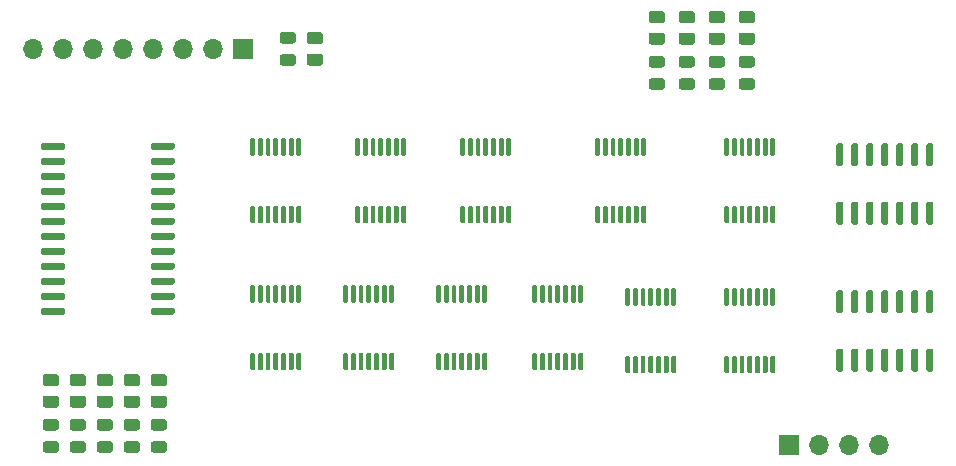
<source format=gbr>
%TF.GenerationSoftware,KiCad,Pcbnew,(5.1.10-1-10_14)*%
%TF.CreationDate,2021-12-06T09:36:28-05:00*%
%TF.ProjectId,control-unit,636f6e74-726f-46c2-9d75-6e69742e6b69,rev?*%
%TF.SameCoordinates,Original*%
%TF.FileFunction,Soldermask,Top*%
%TF.FilePolarity,Negative*%
%FSLAX46Y46*%
G04 Gerber Fmt 4.6, Leading zero omitted, Abs format (unit mm)*
G04 Created by KiCad (PCBNEW (5.1.10-1-10_14)) date 2021-12-06 09:36:28*
%MOMM*%
%LPD*%
G01*
G04 APERTURE LIST*
%ADD10O,1.700000X1.700000*%
%ADD11R,1.700000X1.700000*%
G04 APERTURE END LIST*
%TO.C,R10*%
G36*
G01*
X112718001Y-111360000D02*
X111817999Y-111360000D01*
G75*
G02*
X111568000Y-111110001I0J249999D01*
G01*
X111568000Y-110584999D01*
G75*
G02*
X111817999Y-110335000I249999J0D01*
G01*
X112718001Y-110335000D01*
G75*
G02*
X112968000Y-110584999I0J-249999D01*
G01*
X112968000Y-111110001D01*
G75*
G02*
X112718001Y-111360000I-249999J0D01*
G01*
G37*
G36*
G01*
X112718001Y-113185000D02*
X111817999Y-113185000D01*
G75*
G02*
X111568000Y-112935001I0J249999D01*
G01*
X111568000Y-112409999D01*
G75*
G02*
X111817999Y-112160000I249999J0D01*
G01*
X112718001Y-112160000D01*
G75*
G02*
X112968000Y-112409999I0J-249999D01*
G01*
X112968000Y-112935001D01*
G75*
G02*
X112718001Y-113185000I-249999J0D01*
G01*
G37*
%TD*%
%TO.C,R9*%
G36*
G01*
X115004001Y-111360000D02*
X114103999Y-111360000D01*
G75*
G02*
X113854000Y-111110001I0J249999D01*
G01*
X113854000Y-110584999D01*
G75*
G02*
X114103999Y-110335000I249999J0D01*
G01*
X115004001Y-110335000D01*
G75*
G02*
X115254000Y-110584999I0J-249999D01*
G01*
X115254000Y-111110001D01*
G75*
G02*
X115004001Y-111360000I-249999J0D01*
G01*
G37*
G36*
G01*
X115004001Y-113185000D02*
X114103999Y-113185000D01*
G75*
G02*
X113854000Y-112935001I0J249999D01*
G01*
X113854000Y-112409999D01*
G75*
G02*
X114103999Y-112160000I249999J0D01*
G01*
X115004001Y-112160000D01*
G75*
G02*
X115254000Y-112409999I0J-249999D01*
G01*
X115254000Y-112935001D01*
G75*
G02*
X115004001Y-113185000I-249999J0D01*
G01*
G37*
%TD*%
%TO.C,R8*%
G36*
G01*
X117290001Y-111360000D02*
X116389999Y-111360000D01*
G75*
G02*
X116140000Y-111110001I0J249999D01*
G01*
X116140000Y-110584999D01*
G75*
G02*
X116389999Y-110335000I249999J0D01*
G01*
X117290001Y-110335000D01*
G75*
G02*
X117540000Y-110584999I0J-249999D01*
G01*
X117540000Y-111110001D01*
G75*
G02*
X117290001Y-111360000I-249999J0D01*
G01*
G37*
G36*
G01*
X117290001Y-113185000D02*
X116389999Y-113185000D01*
G75*
G02*
X116140000Y-112935001I0J249999D01*
G01*
X116140000Y-112409999D01*
G75*
G02*
X116389999Y-112160000I249999J0D01*
G01*
X117290001Y-112160000D01*
G75*
G02*
X117540000Y-112409999I0J-249999D01*
G01*
X117540000Y-112935001D01*
G75*
G02*
X117290001Y-113185000I-249999J0D01*
G01*
G37*
%TD*%
%TO.C,R7*%
G36*
G01*
X119576001Y-111360000D02*
X118675999Y-111360000D01*
G75*
G02*
X118426000Y-111110001I0J249999D01*
G01*
X118426000Y-110584999D01*
G75*
G02*
X118675999Y-110335000I249999J0D01*
G01*
X119576001Y-110335000D01*
G75*
G02*
X119826000Y-110584999I0J-249999D01*
G01*
X119826000Y-111110001D01*
G75*
G02*
X119576001Y-111360000I-249999J0D01*
G01*
G37*
G36*
G01*
X119576001Y-113185000D02*
X118675999Y-113185000D01*
G75*
G02*
X118426000Y-112935001I0J249999D01*
G01*
X118426000Y-112409999D01*
G75*
G02*
X118675999Y-112160000I249999J0D01*
G01*
X119576001Y-112160000D01*
G75*
G02*
X119826000Y-112409999I0J-249999D01*
G01*
X119826000Y-112935001D01*
G75*
G02*
X119576001Y-113185000I-249999J0D01*
G01*
G37*
%TD*%
%TO.C,R6*%
G36*
G01*
X121862001Y-111360000D02*
X120961999Y-111360000D01*
G75*
G02*
X120712000Y-111110001I0J249999D01*
G01*
X120712000Y-110584999D01*
G75*
G02*
X120961999Y-110335000I249999J0D01*
G01*
X121862001Y-110335000D01*
G75*
G02*
X122112000Y-110584999I0J-249999D01*
G01*
X122112000Y-111110001D01*
G75*
G02*
X121862001Y-111360000I-249999J0D01*
G01*
G37*
G36*
G01*
X121862001Y-113185000D02*
X120961999Y-113185000D01*
G75*
G02*
X120712000Y-112935001I0J249999D01*
G01*
X120712000Y-112409999D01*
G75*
G02*
X120961999Y-112160000I249999J0D01*
G01*
X121862001Y-112160000D01*
G75*
G02*
X122112000Y-112409999I0J-249999D01*
G01*
X122112000Y-112935001D01*
G75*
G02*
X121862001Y-113185000I-249999J0D01*
G01*
G37*
%TD*%
%TO.C,D10*%
G36*
G01*
X111811750Y-116020000D02*
X112724250Y-116020000D01*
G75*
G02*
X112968000Y-116263750I0J-243750D01*
G01*
X112968000Y-116751250D01*
G75*
G02*
X112724250Y-116995000I-243750J0D01*
G01*
X111811750Y-116995000D01*
G75*
G02*
X111568000Y-116751250I0J243750D01*
G01*
X111568000Y-116263750D01*
G75*
G02*
X111811750Y-116020000I243750J0D01*
G01*
G37*
G36*
G01*
X111811750Y-114145000D02*
X112724250Y-114145000D01*
G75*
G02*
X112968000Y-114388750I0J-243750D01*
G01*
X112968000Y-114876250D01*
G75*
G02*
X112724250Y-115120000I-243750J0D01*
G01*
X111811750Y-115120000D01*
G75*
G02*
X111568000Y-114876250I0J243750D01*
G01*
X111568000Y-114388750D01*
G75*
G02*
X111811750Y-114145000I243750J0D01*
G01*
G37*
%TD*%
%TO.C,D9*%
G36*
G01*
X114097750Y-116020000D02*
X115010250Y-116020000D01*
G75*
G02*
X115254000Y-116263750I0J-243750D01*
G01*
X115254000Y-116751250D01*
G75*
G02*
X115010250Y-116995000I-243750J0D01*
G01*
X114097750Y-116995000D01*
G75*
G02*
X113854000Y-116751250I0J243750D01*
G01*
X113854000Y-116263750D01*
G75*
G02*
X114097750Y-116020000I243750J0D01*
G01*
G37*
G36*
G01*
X114097750Y-114145000D02*
X115010250Y-114145000D01*
G75*
G02*
X115254000Y-114388750I0J-243750D01*
G01*
X115254000Y-114876250D01*
G75*
G02*
X115010250Y-115120000I-243750J0D01*
G01*
X114097750Y-115120000D01*
G75*
G02*
X113854000Y-114876250I0J243750D01*
G01*
X113854000Y-114388750D01*
G75*
G02*
X114097750Y-114145000I243750J0D01*
G01*
G37*
%TD*%
%TO.C,D8*%
G36*
G01*
X116383750Y-116020000D02*
X117296250Y-116020000D01*
G75*
G02*
X117540000Y-116263750I0J-243750D01*
G01*
X117540000Y-116751250D01*
G75*
G02*
X117296250Y-116995000I-243750J0D01*
G01*
X116383750Y-116995000D01*
G75*
G02*
X116140000Y-116751250I0J243750D01*
G01*
X116140000Y-116263750D01*
G75*
G02*
X116383750Y-116020000I243750J0D01*
G01*
G37*
G36*
G01*
X116383750Y-114145000D02*
X117296250Y-114145000D01*
G75*
G02*
X117540000Y-114388750I0J-243750D01*
G01*
X117540000Y-114876250D01*
G75*
G02*
X117296250Y-115120000I-243750J0D01*
G01*
X116383750Y-115120000D01*
G75*
G02*
X116140000Y-114876250I0J243750D01*
G01*
X116140000Y-114388750D01*
G75*
G02*
X116383750Y-114145000I243750J0D01*
G01*
G37*
%TD*%
%TO.C,D7*%
G36*
G01*
X118669750Y-116020000D02*
X119582250Y-116020000D01*
G75*
G02*
X119826000Y-116263750I0J-243750D01*
G01*
X119826000Y-116751250D01*
G75*
G02*
X119582250Y-116995000I-243750J0D01*
G01*
X118669750Y-116995000D01*
G75*
G02*
X118426000Y-116751250I0J243750D01*
G01*
X118426000Y-116263750D01*
G75*
G02*
X118669750Y-116020000I243750J0D01*
G01*
G37*
G36*
G01*
X118669750Y-114145000D02*
X119582250Y-114145000D01*
G75*
G02*
X119826000Y-114388750I0J-243750D01*
G01*
X119826000Y-114876250D01*
G75*
G02*
X119582250Y-115120000I-243750J0D01*
G01*
X118669750Y-115120000D01*
G75*
G02*
X118426000Y-114876250I0J243750D01*
G01*
X118426000Y-114388750D01*
G75*
G02*
X118669750Y-114145000I243750J0D01*
G01*
G37*
%TD*%
%TO.C,D6*%
G36*
G01*
X120955750Y-116020000D02*
X121868250Y-116020000D01*
G75*
G02*
X122112000Y-116263750I0J-243750D01*
G01*
X122112000Y-116751250D01*
G75*
G02*
X121868250Y-116995000I-243750J0D01*
G01*
X120955750Y-116995000D01*
G75*
G02*
X120712000Y-116751250I0J243750D01*
G01*
X120712000Y-116263750D01*
G75*
G02*
X120955750Y-116020000I243750J0D01*
G01*
G37*
G36*
G01*
X120955750Y-114145000D02*
X121868250Y-114145000D01*
G75*
G02*
X122112000Y-114388750I0J-243750D01*
G01*
X122112000Y-114876250D01*
G75*
G02*
X121868250Y-115120000I-243750J0D01*
G01*
X120955750Y-115120000D01*
G75*
G02*
X120712000Y-114876250I0J243750D01*
G01*
X120712000Y-114388750D01*
G75*
G02*
X120955750Y-114145000I243750J0D01*
G01*
G37*
%TD*%
%TO.C,R5*%
G36*
G01*
X164026001Y-80626000D02*
X163125999Y-80626000D01*
G75*
G02*
X162876000Y-80376001I0J249999D01*
G01*
X162876000Y-79850999D01*
G75*
G02*
X163125999Y-79601000I249999J0D01*
G01*
X164026001Y-79601000D01*
G75*
G02*
X164276000Y-79850999I0J-249999D01*
G01*
X164276000Y-80376001D01*
G75*
G02*
X164026001Y-80626000I-249999J0D01*
G01*
G37*
G36*
G01*
X164026001Y-82451000D02*
X163125999Y-82451000D01*
G75*
G02*
X162876000Y-82201001I0J249999D01*
G01*
X162876000Y-81675999D01*
G75*
G02*
X163125999Y-81426000I249999J0D01*
G01*
X164026001Y-81426000D01*
G75*
G02*
X164276000Y-81675999I0J-249999D01*
G01*
X164276000Y-82201001D01*
G75*
G02*
X164026001Y-82451000I-249999J0D01*
G01*
G37*
%TD*%
%TO.C,R4*%
G36*
G01*
X166566001Y-80626000D02*
X165665999Y-80626000D01*
G75*
G02*
X165416000Y-80376001I0J249999D01*
G01*
X165416000Y-79850999D01*
G75*
G02*
X165665999Y-79601000I249999J0D01*
G01*
X166566001Y-79601000D01*
G75*
G02*
X166816000Y-79850999I0J-249999D01*
G01*
X166816000Y-80376001D01*
G75*
G02*
X166566001Y-80626000I-249999J0D01*
G01*
G37*
G36*
G01*
X166566001Y-82451000D02*
X165665999Y-82451000D01*
G75*
G02*
X165416000Y-82201001I0J249999D01*
G01*
X165416000Y-81675999D01*
G75*
G02*
X165665999Y-81426000I249999J0D01*
G01*
X166566001Y-81426000D01*
G75*
G02*
X166816000Y-81675999I0J-249999D01*
G01*
X166816000Y-82201001D01*
G75*
G02*
X166566001Y-82451000I-249999J0D01*
G01*
G37*
%TD*%
%TO.C,R3*%
G36*
G01*
X169106001Y-80626000D02*
X168205999Y-80626000D01*
G75*
G02*
X167956000Y-80376001I0J249999D01*
G01*
X167956000Y-79850999D01*
G75*
G02*
X168205999Y-79601000I249999J0D01*
G01*
X169106001Y-79601000D01*
G75*
G02*
X169356000Y-79850999I0J-249999D01*
G01*
X169356000Y-80376001D01*
G75*
G02*
X169106001Y-80626000I-249999J0D01*
G01*
G37*
G36*
G01*
X169106001Y-82451000D02*
X168205999Y-82451000D01*
G75*
G02*
X167956000Y-82201001I0J249999D01*
G01*
X167956000Y-81675999D01*
G75*
G02*
X168205999Y-81426000I249999J0D01*
G01*
X169106001Y-81426000D01*
G75*
G02*
X169356000Y-81675999I0J-249999D01*
G01*
X169356000Y-82201001D01*
G75*
G02*
X169106001Y-82451000I-249999J0D01*
G01*
G37*
%TD*%
%TO.C,R2*%
G36*
G01*
X171646001Y-80626000D02*
X170745999Y-80626000D01*
G75*
G02*
X170496000Y-80376001I0J249999D01*
G01*
X170496000Y-79850999D01*
G75*
G02*
X170745999Y-79601000I249999J0D01*
G01*
X171646001Y-79601000D01*
G75*
G02*
X171896000Y-79850999I0J-249999D01*
G01*
X171896000Y-80376001D01*
G75*
G02*
X171646001Y-80626000I-249999J0D01*
G01*
G37*
G36*
G01*
X171646001Y-82451000D02*
X170745999Y-82451000D01*
G75*
G02*
X170496000Y-82201001I0J249999D01*
G01*
X170496000Y-81675999D01*
G75*
G02*
X170745999Y-81426000I249999J0D01*
G01*
X171646001Y-81426000D01*
G75*
G02*
X171896000Y-81675999I0J-249999D01*
G01*
X171896000Y-82201001D01*
G75*
G02*
X171646001Y-82451000I-249999J0D01*
G01*
G37*
%TD*%
%TO.C,R1*%
G36*
G01*
X135070001Y-82404000D02*
X134169999Y-82404000D01*
G75*
G02*
X133920000Y-82154001I0J249999D01*
G01*
X133920000Y-81628999D01*
G75*
G02*
X134169999Y-81379000I249999J0D01*
G01*
X135070001Y-81379000D01*
G75*
G02*
X135320000Y-81628999I0J-249999D01*
G01*
X135320000Y-82154001D01*
G75*
G02*
X135070001Y-82404000I-249999J0D01*
G01*
G37*
G36*
G01*
X135070001Y-84229000D02*
X134169999Y-84229000D01*
G75*
G02*
X133920000Y-83979001I0J249999D01*
G01*
X133920000Y-83453999D01*
G75*
G02*
X134169999Y-83204000I249999J0D01*
G01*
X135070001Y-83204000D01*
G75*
G02*
X135320000Y-83453999I0J-249999D01*
G01*
X135320000Y-83979001D01*
G75*
G02*
X135070001Y-84229000I-249999J0D01*
G01*
G37*
%TD*%
%TO.C,D5*%
G36*
G01*
X163119750Y-85286000D02*
X164032250Y-85286000D01*
G75*
G02*
X164276000Y-85529750I0J-243750D01*
G01*
X164276000Y-86017250D01*
G75*
G02*
X164032250Y-86261000I-243750J0D01*
G01*
X163119750Y-86261000D01*
G75*
G02*
X162876000Y-86017250I0J243750D01*
G01*
X162876000Y-85529750D01*
G75*
G02*
X163119750Y-85286000I243750J0D01*
G01*
G37*
G36*
G01*
X163119750Y-83411000D02*
X164032250Y-83411000D01*
G75*
G02*
X164276000Y-83654750I0J-243750D01*
G01*
X164276000Y-84142250D01*
G75*
G02*
X164032250Y-84386000I-243750J0D01*
G01*
X163119750Y-84386000D01*
G75*
G02*
X162876000Y-84142250I0J243750D01*
G01*
X162876000Y-83654750D01*
G75*
G02*
X163119750Y-83411000I243750J0D01*
G01*
G37*
%TD*%
%TO.C,D4*%
G36*
G01*
X165659750Y-85286000D02*
X166572250Y-85286000D01*
G75*
G02*
X166816000Y-85529750I0J-243750D01*
G01*
X166816000Y-86017250D01*
G75*
G02*
X166572250Y-86261000I-243750J0D01*
G01*
X165659750Y-86261000D01*
G75*
G02*
X165416000Y-86017250I0J243750D01*
G01*
X165416000Y-85529750D01*
G75*
G02*
X165659750Y-85286000I243750J0D01*
G01*
G37*
G36*
G01*
X165659750Y-83411000D02*
X166572250Y-83411000D01*
G75*
G02*
X166816000Y-83654750I0J-243750D01*
G01*
X166816000Y-84142250D01*
G75*
G02*
X166572250Y-84386000I-243750J0D01*
G01*
X165659750Y-84386000D01*
G75*
G02*
X165416000Y-84142250I0J243750D01*
G01*
X165416000Y-83654750D01*
G75*
G02*
X165659750Y-83411000I243750J0D01*
G01*
G37*
%TD*%
%TO.C,D3*%
G36*
G01*
X168199750Y-85286000D02*
X169112250Y-85286000D01*
G75*
G02*
X169356000Y-85529750I0J-243750D01*
G01*
X169356000Y-86017250D01*
G75*
G02*
X169112250Y-86261000I-243750J0D01*
G01*
X168199750Y-86261000D01*
G75*
G02*
X167956000Y-86017250I0J243750D01*
G01*
X167956000Y-85529750D01*
G75*
G02*
X168199750Y-85286000I243750J0D01*
G01*
G37*
G36*
G01*
X168199750Y-83411000D02*
X169112250Y-83411000D01*
G75*
G02*
X169356000Y-83654750I0J-243750D01*
G01*
X169356000Y-84142250D01*
G75*
G02*
X169112250Y-84386000I-243750J0D01*
G01*
X168199750Y-84386000D01*
G75*
G02*
X167956000Y-84142250I0J243750D01*
G01*
X167956000Y-83654750D01*
G75*
G02*
X168199750Y-83411000I243750J0D01*
G01*
G37*
%TD*%
%TO.C,D2*%
G36*
G01*
X170739750Y-85286000D02*
X171652250Y-85286000D01*
G75*
G02*
X171896000Y-85529750I0J-243750D01*
G01*
X171896000Y-86017250D01*
G75*
G02*
X171652250Y-86261000I-243750J0D01*
G01*
X170739750Y-86261000D01*
G75*
G02*
X170496000Y-86017250I0J243750D01*
G01*
X170496000Y-85529750D01*
G75*
G02*
X170739750Y-85286000I243750J0D01*
G01*
G37*
G36*
G01*
X170739750Y-83411000D02*
X171652250Y-83411000D01*
G75*
G02*
X171896000Y-83654750I0J-243750D01*
G01*
X171896000Y-84142250D01*
G75*
G02*
X171652250Y-84386000I-243750J0D01*
G01*
X170739750Y-84386000D01*
G75*
G02*
X170496000Y-84142250I0J243750D01*
G01*
X170496000Y-83654750D01*
G75*
G02*
X170739750Y-83411000I243750J0D01*
G01*
G37*
%TD*%
%TO.C,D1*%
G36*
G01*
X132790250Y-82354000D02*
X131877750Y-82354000D01*
G75*
G02*
X131634000Y-82110250I0J243750D01*
G01*
X131634000Y-81622750D01*
G75*
G02*
X131877750Y-81379000I243750J0D01*
G01*
X132790250Y-81379000D01*
G75*
G02*
X133034000Y-81622750I0J-243750D01*
G01*
X133034000Y-82110250D01*
G75*
G02*
X132790250Y-82354000I-243750J0D01*
G01*
G37*
G36*
G01*
X132790250Y-84229000D02*
X131877750Y-84229000D01*
G75*
G02*
X131634000Y-83985250I0J243750D01*
G01*
X131634000Y-83497750D01*
G75*
G02*
X131877750Y-83254000I243750J0D01*
G01*
X132790250Y-83254000D01*
G75*
G02*
X133034000Y-83497750I0J-243750D01*
G01*
X133034000Y-83985250D01*
G75*
G02*
X132790250Y-84229000I-243750J0D01*
G01*
G37*
%TD*%
%TO.C,U11*%
G36*
G01*
X179220000Y-105180000D02*
X178920000Y-105180000D01*
G75*
G02*
X178770000Y-105030000I0J150000D01*
G01*
X178770000Y-103380000D01*
G75*
G02*
X178920000Y-103230000I150000J0D01*
G01*
X179220000Y-103230000D01*
G75*
G02*
X179370000Y-103380000I0J-150000D01*
G01*
X179370000Y-105030000D01*
G75*
G02*
X179220000Y-105180000I-150000J0D01*
G01*
G37*
G36*
G01*
X180490000Y-105180000D02*
X180190000Y-105180000D01*
G75*
G02*
X180040000Y-105030000I0J150000D01*
G01*
X180040000Y-103380000D01*
G75*
G02*
X180190000Y-103230000I150000J0D01*
G01*
X180490000Y-103230000D01*
G75*
G02*
X180640000Y-103380000I0J-150000D01*
G01*
X180640000Y-105030000D01*
G75*
G02*
X180490000Y-105180000I-150000J0D01*
G01*
G37*
G36*
G01*
X181760000Y-105180000D02*
X181460000Y-105180000D01*
G75*
G02*
X181310000Y-105030000I0J150000D01*
G01*
X181310000Y-103380000D01*
G75*
G02*
X181460000Y-103230000I150000J0D01*
G01*
X181760000Y-103230000D01*
G75*
G02*
X181910000Y-103380000I0J-150000D01*
G01*
X181910000Y-105030000D01*
G75*
G02*
X181760000Y-105180000I-150000J0D01*
G01*
G37*
G36*
G01*
X183030000Y-105180000D02*
X182730000Y-105180000D01*
G75*
G02*
X182580000Y-105030000I0J150000D01*
G01*
X182580000Y-103380000D01*
G75*
G02*
X182730000Y-103230000I150000J0D01*
G01*
X183030000Y-103230000D01*
G75*
G02*
X183180000Y-103380000I0J-150000D01*
G01*
X183180000Y-105030000D01*
G75*
G02*
X183030000Y-105180000I-150000J0D01*
G01*
G37*
G36*
G01*
X184300000Y-105180000D02*
X184000000Y-105180000D01*
G75*
G02*
X183850000Y-105030000I0J150000D01*
G01*
X183850000Y-103380000D01*
G75*
G02*
X184000000Y-103230000I150000J0D01*
G01*
X184300000Y-103230000D01*
G75*
G02*
X184450000Y-103380000I0J-150000D01*
G01*
X184450000Y-105030000D01*
G75*
G02*
X184300000Y-105180000I-150000J0D01*
G01*
G37*
G36*
G01*
X185570000Y-105180000D02*
X185270000Y-105180000D01*
G75*
G02*
X185120000Y-105030000I0J150000D01*
G01*
X185120000Y-103380000D01*
G75*
G02*
X185270000Y-103230000I150000J0D01*
G01*
X185570000Y-103230000D01*
G75*
G02*
X185720000Y-103380000I0J-150000D01*
G01*
X185720000Y-105030000D01*
G75*
G02*
X185570000Y-105180000I-150000J0D01*
G01*
G37*
G36*
G01*
X186840000Y-105180000D02*
X186540000Y-105180000D01*
G75*
G02*
X186390000Y-105030000I0J150000D01*
G01*
X186390000Y-103380000D01*
G75*
G02*
X186540000Y-103230000I150000J0D01*
G01*
X186840000Y-103230000D01*
G75*
G02*
X186990000Y-103380000I0J-150000D01*
G01*
X186990000Y-105030000D01*
G75*
G02*
X186840000Y-105180000I-150000J0D01*
G01*
G37*
G36*
G01*
X186840000Y-110130000D02*
X186540000Y-110130000D01*
G75*
G02*
X186390000Y-109980000I0J150000D01*
G01*
X186390000Y-108330000D01*
G75*
G02*
X186540000Y-108180000I150000J0D01*
G01*
X186840000Y-108180000D01*
G75*
G02*
X186990000Y-108330000I0J-150000D01*
G01*
X186990000Y-109980000D01*
G75*
G02*
X186840000Y-110130000I-150000J0D01*
G01*
G37*
G36*
G01*
X185570000Y-110130000D02*
X185270000Y-110130000D01*
G75*
G02*
X185120000Y-109980000I0J150000D01*
G01*
X185120000Y-108330000D01*
G75*
G02*
X185270000Y-108180000I150000J0D01*
G01*
X185570000Y-108180000D01*
G75*
G02*
X185720000Y-108330000I0J-150000D01*
G01*
X185720000Y-109980000D01*
G75*
G02*
X185570000Y-110130000I-150000J0D01*
G01*
G37*
G36*
G01*
X184300000Y-110130000D02*
X184000000Y-110130000D01*
G75*
G02*
X183850000Y-109980000I0J150000D01*
G01*
X183850000Y-108330000D01*
G75*
G02*
X184000000Y-108180000I150000J0D01*
G01*
X184300000Y-108180000D01*
G75*
G02*
X184450000Y-108330000I0J-150000D01*
G01*
X184450000Y-109980000D01*
G75*
G02*
X184300000Y-110130000I-150000J0D01*
G01*
G37*
G36*
G01*
X183030000Y-110130000D02*
X182730000Y-110130000D01*
G75*
G02*
X182580000Y-109980000I0J150000D01*
G01*
X182580000Y-108330000D01*
G75*
G02*
X182730000Y-108180000I150000J0D01*
G01*
X183030000Y-108180000D01*
G75*
G02*
X183180000Y-108330000I0J-150000D01*
G01*
X183180000Y-109980000D01*
G75*
G02*
X183030000Y-110130000I-150000J0D01*
G01*
G37*
G36*
G01*
X181760000Y-110130000D02*
X181460000Y-110130000D01*
G75*
G02*
X181310000Y-109980000I0J150000D01*
G01*
X181310000Y-108330000D01*
G75*
G02*
X181460000Y-108180000I150000J0D01*
G01*
X181760000Y-108180000D01*
G75*
G02*
X181910000Y-108330000I0J-150000D01*
G01*
X181910000Y-109980000D01*
G75*
G02*
X181760000Y-110130000I-150000J0D01*
G01*
G37*
G36*
G01*
X180490000Y-110130000D02*
X180190000Y-110130000D01*
G75*
G02*
X180040000Y-109980000I0J150000D01*
G01*
X180040000Y-108330000D01*
G75*
G02*
X180190000Y-108180000I150000J0D01*
G01*
X180490000Y-108180000D01*
G75*
G02*
X180640000Y-108330000I0J-150000D01*
G01*
X180640000Y-109980000D01*
G75*
G02*
X180490000Y-110130000I-150000J0D01*
G01*
G37*
G36*
G01*
X179220000Y-110130000D02*
X178920000Y-110130000D01*
G75*
G02*
X178770000Y-109980000I0J150000D01*
G01*
X178770000Y-108330000D01*
G75*
G02*
X178920000Y-108180000I150000J0D01*
G01*
X179220000Y-108180000D01*
G75*
G02*
X179370000Y-108330000I0J-150000D01*
G01*
X179370000Y-109980000D01*
G75*
G02*
X179220000Y-110130000I-150000J0D01*
G01*
G37*
%TD*%
%TO.C,U10*%
G36*
G01*
X179220000Y-92734000D02*
X178920000Y-92734000D01*
G75*
G02*
X178770000Y-92584000I0J150000D01*
G01*
X178770000Y-90934000D01*
G75*
G02*
X178920000Y-90784000I150000J0D01*
G01*
X179220000Y-90784000D01*
G75*
G02*
X179370000Y-90934000I0J-150000D01*
G01*
X179370000Y-92584000D01*
G75*
G02*
X179220000Y-92734000I-150000J0D01*
G01*
G37*
G36*
G01*
X180490000Y-92734000D02*
X180190000Y-92734000D01*
G75*
G02*
X180040000Y-92584000I0J150000D01*
G01*
X180040000Y-90934000D01*
G75*
G02*
X180190000Y-90784000I150000J0D01*
G01*
X180490000Y-90784000D01*
G75*
G02*
X180640000Y-90934000I0J-150000D01*
G01*
X180640000Y-92584000D01*
G75*
G02*
X180490000Y-92734000I-150000J0D01*
G01*
G37*
G36*
G01*
X181760000Y-92734000D02*
X181460000Y-92734000D01*
G75*
G02*
X181310000Y-92584000I0J150000D01*
G01*
X181310000Y-90934000D01*
G75*
G02*
X181460000Y-90784000I150000J0D01*
G01*
X181760000Y-90784000D01*
G75*
G02*
X181910000Y-90934000I0J-150000D01*
G01*
X181910000Y-92584000D01*
G75*
G02*
X181760000Y-92734000I-150000J0D01*
G01*
G37*
G36*
G01*
X183030000Y-92734000D02*
X182730000Y-92734000D01*
G75*
G02*
X182580000Y-92584000I0J150000D01*
G01*
X182580000Y-90934000D01*
G75*
G02*
X182730000Y-90784000I150000J0D01*
G01*
X183030000Y-90784000D01*
G75*
G02*
X183180000Y-90934000I0J-150000D01*
G01*
X183180000Y-92584000D01*
G75*
G02*
X183030000Y-92734000I-150000J0D01*
G01*
G37*
G36*
G01*
X184300000Y-92734000D02*
X184000000Y-92734000D01*
G75*
G02*
X183850000Y-92584000I0J150000D01*
G01*
X183850000Y-90934000D01*
G75*
G02*
X184000000Y-90784000I150000J0D01*
G01*
X184300000Y-90784000D01*
G75*
G02*
X184450000Y-90934000I0J-150000D01*
G01*
X184450000Y-92584000D01*
G75*
G02*
X184300000Y-92734000I-150000J0D01*
G01*
G37*
G36*
G01*
X185570000Y-92734000D02*
X185270000Y-92734000D01*
G75*
G02*
X185120000Y-92584000I0J150000D01*
G01*
X185120000Y-90934000D01*
G75*
G02*
X185270000Y-90784000I150000J0D01*
G01*
X185570000Y-90784000D01*
G75*
G02*
X185720000Y-90934000I0J-150000D01*
G01*
X185720000Y-92584000D01*
G75*
G02*
X185570000Y-92734000I-150000J0D01*
G01*
G37*
G36*
G01*
X186840000Y-92734000D02*
X186540000Y-92734000D01*
G75*
G02*
X186390000Y-92584000I0J150000D01*
G01*
X186390000Y-90934000D01*
G75*
G02*
X186540000Y-90784000I150000J0D01*
G01*
X186840000Y-90784000D01*
G75*
G02*
X186990000Y-90934000I0J-150000D01*
G01*
X186990000Y-92584000D01*
G75*
G02*
X186840000Y-92734000I-150000J0D01*
G01*
G37*
G36*
G01*
X186840000Y-97684000D02*
X186540000Y-97684000D01*
G75*
G02*
X186390000Y-97534000I0J150000D01*
G01*
X186390000Y-95884000D01*
G75*
G02*
X186540000Y-95734000I150000J0D01*
G01*
X186840000Y-95734000D01*
G75*
G02*
X186990000Y-95884000I0J-150000D01*
G01*
X186990000Y-97534000D01*
G75*
G02*
X186840000Y-97684000I-150000J0D01*
G01*
G37*
G36*
G01*
X185570000Y-97684000D02*
X185270000Y-97684000D01*
G75*
G02*
X185120000Y-97534000I0J150000D01*
G01*
X185120000Y-95884000D01*
G75*
G02*
X185270000Y-95734000I150000J0D01*
G01*
X185570000Y-95734000D01*
G75*
G02*
X185720000Y-95884000I0J-150000D01*
G01*
X185720000Y-97534000D01*
G75*
G02*
X185570000Y-97684000I-150000J0D01*
G01*
G37*
G36*
G01*
X184300000Y-97684000D02*
X184000000Y-97684000D01*
G75*
G02*
X183850000Y-97534000I0J150000D01*
G01*
X183850000Y-95884000D01*
G75*
G02*
X184000000Y-95734000I150000J0D01*
G01*
X184300000Y-95734000D01*
G75*
G02*
X184450000Y-95884000I0J-150000D01*
G01*
X184450000Y-97534000D01*
G75*
G02*
X184300000Y-97684000I-150000J0D01*
G01*
G37*
G36*
G01*
X183030000Y-97684000D02*
X182730000Y-97684000D01*
G75*
G02*
X182580000Y-97534000I0J150000D01*
G01*
X182580000Y-95884000D01*
G75*
G02*
X182730000Y-95734000I150000J0D01*
G01*
X183030000Y-95734000D01*
G75*
G02*
X183180000Y-95884000I0J-150000D01*
G01*
X183180000Y-97534000D01*
G75*
G02*
X183030000Y-97684000I-150000J0D01*
G01*
G37*
G36*
G01*
X181760000Y-97684000D02*
X181460000Y-97684000D01*
G75*
G02*
X181310000Y-97534000I0J150000D01*
G01*
X181310000Y-95884000D01*
G75*
G02*
X181460000Y-95734000I150000J0D01*
G01*
X181760000Y-95734000D01*
G75*
G02*
X181910000Y-95884000I0J-150000D01*
G01*
X181910000Y-97534000D01*
G75*
G02*
X181760000Y-97684000I-150000J0D01*
G01*
G37*
G36*
G01*
X180490000Y-97684000D02*
X180190000Y-97684000D01*
G75*
G02*
X180040000Y-97534000I0J150000D01*
G01*
X180040000Y-95884000D01*
G75*
G02*
X180190000Y-95734000I150000J0D01*
G01*
X180490000Y-95734000D01*
G75*
G02*
X180640000Y-95884000I0J-150000D01*
G01*
X180640000Y-97534000D01*
G75*
G02*
X180490000Y-97684000I-150000J0D01*
G01*
G37*
G36*
G01*
X179220000Y-97684000D02*
X178920000Y-97684000D01*
G75*
G02*
X178770000Y-97534000I0J150000D01*
G01*
X178770000Y-95884000D01*
G75*
G02*
X178920000Y-95734000I150000J0D01*
G01*
X179220000Y-95734000D01*
G75*
G02*
X179370000Y-95884000I0J-150000D01*
G01*
X179370000Y-97534000D01*
G75*
G02*
X179220000Y-97684000I-150000J0D01*
G01*
G37*
%TD*%
D10*
%TO.C,J4*%
X182372000Y-116332000D03*
X179832000Y-116332000D03*
X177292000Y-116332000D03*
D11*
X174752000Y-116332000D03*
%TD*%
%TO.C,U6*%
G36*
G01*
X137342000Y-110026000D02*
X137142000Y-110026000D01*
G75*
G02*
X137042000Y-109926000I0J100000D01*
G01*
X137042000Y-108651000D01*
G75*
G02*
X137142000Y-108551000I100000J0D01*
G01*
X137342000Y-108551000D01*
G75*
G02*
X137442000Y-108651000I0J-100000D01*
G01*
X137442000Y-109926000D01*
G75*
G02*
X137342000Y-110026000I-100000J0D01*
G01*
G37*
G36*
G01*
X137992000Y-110026000D02*
X137792000Y-110026000D01*
G75*
G02*
X137692000Y-109926000I0J100000D01*
G01*
X137692000Y-108651000D01*
G75*
G02*
X137792000Y-108551000I100000J0D01*
G01*
X137992000Y-108551000D01*
G75*
G02*
X138092000Y-108651000I0J-100000D01*
G01*
X138092000Y-109926000D01*
G75*
G02*
X137992000Y-110026000I-100000J0D01*
G01*
G37*
G36*
G01*
X138642000Y-110026000D02*
X138442000Y-110026000D01*
G75*
G02*
X138342000Y-109926000I0J100000D01*
G01*
X138342000Y-108651000D01*
G75*
G02*
X138442000Y-108551000I100000J0D01*
G01*
X138642000Y-108551000D01*
G75*
G02*
X138742000Y-108651000I0J-100000D01*
G01*
X138742000Y-109926000D01*
G75*
G02*
X138642000Y-110026000I-100000J0D01*
G01*
G37*
G36*
G01*
X139292000Y-110026000D02*
X139092000Y-110026000D01*
G75*
G02*
X138992000Y-109926000I0J100000D01*
G01*
X138992000Y-108651000D01*
G75*
G02*
X139092000Y-108551000I100000J0D01*
G01*
X139292000Y-108551000D01*
G75*
G02*
X139392000Y-108651000I0J-100000D01*
G01*
X139392000Y-109926000D01*
G75*
G02*
X139292000Y-110026000I-100000J0D01*
G01*
G37*
G36*
G01*
X139942000Y-110026000D02*
X139742000Y-110026000D01*
G75*
G02*
X139642000Y-109926000I0J100000D01*
G01*
X139642000Y-108651000D01*
G75*
G02*
X139742000Y-108551000I100000J0D01*
G01*
X139942000Y-108551000D01*
G75*
G02*
X140042000Y-108651000I0J-100000D01*
G01*
X140042000Y-109926000D01*
G75*
G02*
X139942000Y-110026000I-100000J0D01*
G01*
G37*
G36*
G01*
X140592000Y-110026000D02*
X140392000Y-110026000D01*
G75*
G02*
X140292000Y-109926000I0J100000D01*
G01*
X140292000Y-108651000D01*
G75*
G02*
X140392000Y-108551000I100000J0D01*
G01*
X140592000Y-108551000D01*
G75*
G02*
X140692000Y-108651000I0J-100000D01*
G01*
X140692000Y-109926000D01*
G75*
G02*
X140592000Y-110026000I-100000J0D01*
G01*
G37*
G36*
G01*
X141242000Y-110026000D02*
X141042000Y-110026000D01*
G75*
G02*
X140942000Y-109926000I0J100000D01*
G01*
X140942000Y-108651000D01*
G75*
G02*
X141042000Y-108551000I100000J0D01*
G01*
X141242000Y-108551000D01*
G75*
G02*
X141342000Y-108651000I0J-100000D01*
G01*
X141342000Y-109926000D01*
G75*
G02*
X141242000Y-110026000I-100000J0D01*
G01*
G37*
G36*
G01*
X141242000Y-104301000D02*
X141042000Y-104301000D01*
G75*
G02*
X140942000Y-104201000I0J100000D01*
G01*
X140942000Y-102926000D01*
G75*
G02*
X141042000Y-102826000I100000J0D01*
G01*
X141242000Y-102826000D01*
G75*
G02*
X141342000Y-102926000I0J-100000D01*
G01*
X141342000Y-104201000D01*
G75*
G02*
X141242000Y-104301000I-100000J0D01*
G01*
G37*
G36*
G01*
X140592000Y-104301000D02*
X140392000Y-104301000D01*
G75*
G02*
X140292000Y-104201000I0J100000D01*
G01*
X140292000Y-102926000D01*
G75*
G02*
X140392000Y-102826000I100000J0D01*
G01*
X140592000Y-102826000D01*
G75*
G02*
X140692000Y-102926000I0J-100000D01*
G01*
X140692000Y-104201000D01*
G75*
G02*
X140592000Y-104301000I-100000J0D01*
G01*
G37*
G36*
G01*
X139942000Y-104301000D02*
X139742000Y-104301000D01*
G75*
G02*
X139642000Y-104201000I0J100000D01*
G01*
X139642000Y-102926000D01*
G75*
G02*
X139742000Y-102826000I100000J0D01*
G01*
X139942000Y-102826000D01*
G75*
G02*
X140042000Y-102926000I0J-100000D01*
G01*
X140042000Y-104201000D01*
G75*
G02*
X139942000Y-104301000I-100000J0D01*
G01*
G37*
G36*
G01*
X139292000Y-104301000D02*
X139092000Y-104301000D01*
G75*
G02*
X138992000Y-104201000I0J100000D01*
G01*
X138992000Y-102926000D01*
G75*
G02*
X139092000Y-102826000I100000J0D01*
G01*
X139292000Y-102826000D01*
G75*
G02*
X139392000Y-102926000I0J-100000D01*
G01*
X139392000Y-104201000D01*
G75*
G02*
X139292000Y-104301000I-100000J0D01*
G01*
G37*
G36*
G01*
X138642000Y-104301000D02*
X138442000Y-104301000D01*
G75*
G02*
X138342000Y-104201000I0J100000D01*
G01*
X138342000Y-102926000D01*
G75*
G02*
X138442000Y-102826000I100000J0D01*
G01*
X138642000Y-102826000D01*
G75*
G02*
X138742000Y-102926000I0J-100000D01*
G01*
X138742000Y-104201000D01*
G75*
G02*
X138642000Y-104301000I-100000J0D01*
G01*
G37*
G36*
G01*
X137992000Y-104301000D02*
X137792000Y-104301000D01*
G75*
G02*
X137692000Y-104201000I0J100000D01*
G01*
X137692000Y-102926000D01*
G75*
G02*
X137792000Y-102826000I100000J0D01*
G01*
X137992000Y-102826000D01*
G75*
G02*
X138092000Y-102926000I0J-100000D01*
G01*
X138092000Y-104201000D01*
G75*
G02*
X137992000Y-104301000I-100000J0D01*
G01*
G37*
G36*
G01*
X137342000Y-104301000D02*
X137142000Y-104301000D01*
G75*
G02*
X137042000Y-104201000I0J100000D01*
G01*
X137042000Y-102926000D01*
G75*
G02*
X137142000Y-102826000I100000J0D01*
G01*
X137342000Y-102826000D01*
G75*
G02*
X137442000Y-102926000I0J-100000D01*
G01*
X137442000Y-104201000D01*
G75*
G02*
X137342000Y-104301000I-100000J0D01*
G01*
G37*
%TD*%
%TO.C,U14*%
G36*
G01*
X169600000Y-110280000D02*
X169400000Y-110280000D01*
G75*
G02*
X169300000Y-110180000I0J100000D01*
G01*
X169300000Y-108905000D01*
G75*
G02*
X169400000Y-108805000I100000J0D01*
G01*
X169600000Y-108805000D01*
G75*
G02*
X169700000Y-108905000I0J-100000D01*
G01*
X169700000Y-110180000D01*
G75*
G02*
X169600000Y-110280000I-100000J0D01*
G01*
G37*
G36*
G01*
X170250000Y-110280000D02*
X170050000Y-110280000D01*
G75*
G02*
X169950000Y-110180000I0J100000D01*
G01*
X169950000Y-108905000D01*
G75*
G02*
X170050000Y-108805000I100000J0D01*
G01*
X170250000Y-108805000D01*
G75*
G02*
X170350000Y-108905000I0J-100000D01*
G01*
X170350000Y-110180000D01*
G75*
G02*
X170250000Y-110280000I-100000J0D01*
G01*
G37*
G36*
G01*
X170900000Y-110280000D02*
X170700000Y-110280000D01*
G75*
G02*
X170600000Y-110180000I0J100000D01*
G01*
X170600000Y-108905000D01*
G75*
G02*
X170700000Y-108805000I100000J0D01*
G01*
X170900000Y-108805000D01*
G75*
G02*
X171000000Y-108905000I0J-100000D01*
G01*
X171000000Y-110180000D01*
G75*
G02*
X170900000Y-110280000I-100000J0D01*
G01*
G37*
G36*
G01*
X171550000Y-110280000D02*
X171350000Y-110280000D01*
G75*
G02*
X171250000Y-110180000I0J100000D01*
G01*
X171250000Y-108905000D01*
G75*
G02*
X171350000Y-108805000I100000J0D01*
G01*
X171550000Y-108805000D01*
G75*
G02*
X171650000Y-108905000I0J-100000D01*
G01*
X171650000Y-110180000D01*
G75*
G02*
X171550000Y-110280000I-100000J0D01*
G01*
G37*
G36*
G01*
X172200000Y-110280000D02*
X172000000Y-110280000D01*
G75*
G02*
X171900000Y-110180000I0J100000D01*
G01*
X171900000Y-108905000D01*
G75*
G02*
X172000000Y-108805000I100000J0D01*
G01*
X172200000Y-108805000D01*
G75*
G02*
X172300000Y-108905000I0J-100000D01*
G01*
X172300000Y-110180000D01*
G75*
G02*
X172200000Y-110280000I-100000J0D01*
G01*
G37*
G36*
G01*
X172850000Y-110280000D02*
X172650000Y-110280000D01*
G75*
G02*
X172550000Y-110180000I0J100000D01*
G01*
X172550000Y-108905000D01*
G75*
G02*
X172650000Y-108805000I100000J0D01*
G01*
X172850000Y-108805000D01*
G75*
G02*
X172950000Y-108905000I0J-100000D01*
G01*
X172950000Y-110180000D01*
G75*
G02*
X172850000Y-110280000I-100000J0D01*
G01*
G37*
G36*
G01*
X173500000Y-110280000D02*
X173300000Y-110280000D01*
G75*
G02*
X173200000Y-110180000I0J100000D01*
G01*
X173200000Y-108905000D01*
G75*
G02*
X173300000Y-108805000I100000J0D01*
G01*
X173500000Y-108805000D01*
G75*
G02*
X173600000Y-108905000I0J-100000D01*
G01*
X173600000Y-110180000D01*
G75*
G02*
X173500000Y-110280000I-100000J0D01*
G01*
G37*
G36*
G01*
X173500000Y-104555000D02*
X173300000Y-104555000D01*
G75*
G02*
X173200000Y-104455000I0J100000D01*
G01*
X173200000Y-103180000D01*
G75*
G02*
X173300000Y-103080000I100000J0D01*
G01*
X173500000Y-103080000D01*
G75*
G02*
X173600000Y-103180000I0J-100000D01*
G01*
X173600000Y-104455000D01*
G75*
G02*
X173500000Y-104555000I-100000J0D01*
G01*
G37*
G36*
G01*
X172850000Y-104555000D02*
X172650000Y-104555000D01*
G75*
G02*
X172550000Y-104455000I0J100000D01*
G01*
X172550000Y-103180000D01*
G75*
G02*
X172650000Y-103080000I100000J0D01*
G01*
X172850000Y-103080000D01*
G75*
G02*
X172950000Y-103180000I0J-100000D01*
G01*
X172950000Y-104455000D01*
G75*
G02*
X172850000Y-104555000I-100000J0D01*
G01*
G37*
G36*
G01*
X172200000Y-104555000D02*
X172000000Y-104555000D01*
G75*
G02*
X171900000Y-104455000I0J100000D01*
G01*
X171900000Y-103180000D01*
G75*
G02*
X172000000Y-103080000I100000J0D01*
G01*
X172200000Y-103080000D01*
G75*
G02*
X172300000Y-103180000I0J-100000D01*
G01*
X172300000Y-104455000D01*
G75*
G02*
X172200000Y-104555000I-100000J0D01*
G01*
G37*
G36*
G01*
X171550000Y-104555000D02*
X171350000Y-104555000D01*
G75*
G02*
X171250000Y-104455000I0J100000D01*
G01*
X171250000Y-103180000D01*
G75*
G02*
X171350000Y-103080000I100000J0D01*
G01*
X171550000Y-103080000D01*
G75*
G02*
X171650000Y-103180000I0J-100000D01*
G01*
X171650000Y-104455000D01*
G75*
G02*
X171550000Y-104555000I-100000J0D01*
G01*
G37*
G36*
G01*
X170900000Y-104555000D02*
X170700000Y-104555000D01*
G75*
G02*
X170600000Y-104455000I0J100000D01*
G01*
X170600000Y-103180000D01*
G75*
G02*
X170700000Y-103080000I100000J0D01*
G01*
X170900000Y-103080000D01*
G75*
G02*
X171000000Y-103180000I0J-100000D01*
G01*
X171000000Y-104455000D01*
G75*
G02*
X170900000Y-104555000I-100000J0D01*
G01*
G37*
G36*
G01*
X170250000Y-104555000D02*
X170050000Y-104555000D01*
G75*
G02*
X169950000Y-104455000I0J100000D01*
G01*
X169950000Y-103180000D01*
G75*
G02*
X170050000Y-103080000I100000J0D01*
G01*
X170250000Y-103080000D01*
G75*
G02*
X170350000Y-103180000I0J-100000D01*
G01*
X170350000Y-104455000D01*
G75*
G02*
X170250000Y-104555000I-100000J0D01*
G01*
G37*
G36*
G01*
X169600000Y-104555000D02*
X169400000Y-104555000D01*
G75*
G02*
X169300000Y-104455000I0J100000D01*
G01*
X169300000Y-103180000D01*
G75*
G02*
X169400000Y-103080000I100000J0D01*
G01*
X169600000Y-103080000D01*
G75*
G02*
X169700000Y-103180000I0J-100000D01*
G01*
X169700000Y-104455000D01*
G75*
G02*
X169600000Y-104555000I-100000J0D01*
G01*
G37*
%TD*%
%TO.C,U12*%
G36*
G01*
X169600000Y-97580000D02*
X169400000Y-97580000D01*
G75*
G02*
X169300000Y-97480000I0J100000D01*
G01*
X169300000Y-96205000D01*
G75*
G02*
X169400000Y-96105000I100000J0D01*
G01*
X169600000Y-96105000D01*
G75*
G02*
X169700000Y-96205000I0J-100000D01*
G01*
X169700000Y-97480000D01*
G75*
G02*
X169600000Y-97580000I-100000J0D01*
G01*
G37*
G36*
G01*
X170250000Y-97580000D02*
X170050000Y-97580000D01*
G75*
G02*
X169950000Y-97480000I0J100000D01*
G01*
X169950000Y-96205000D01*
G75*
G02*
X170050000Y-96105000I100000J0D01*
G01*
X170250000Y-96105000D01*
G75*
G02*
X170350000Y-96205000I0J-100000D01*
G01*
X170350000Y-97480000D01*
G75*
G02*
X170250000Y-97580000I-100000J0D01*
G01*
G37*
G36*
G01*
X170900000Y-97580000D02*
X170700000Y-97580000D01*
G75*
G02*
X170600000Y-97480000I0J100000D01*
G01*
X170600000Y-96205000D01*
G75*
G02*
X170700000Y-96105000I100000J0D01*
G01*
X170900000Y-96105000D01*
G75*
G02*
X171000000Y-96205000I0J-100000D01*
G01*
X171000000Y-97480000D01*
G75*
G02*
X170900000Y-97580000I-100000J0D01*
G01*
G37*
G36*
G01*
X171550000Y-97580000D02*
X171350000Y-97580000D01*
G75*
G02*
X171250000Y-97480000I0J100000D01*
G01*
X171250000Y-96205000D01*
G75*
G02*
X171350000Y-96105000I100000J0D01*
G01*
X171550000Y-96105000D01*
G75*
G02*
X171650000Y-96205000I0J-100000D01*
G01*
X171650000Y-97480000D01*
G75*
G02*
X171550000Y-97580000I-100000J0D01*
G01*
G37*
G36*
G01*
X172200000Y-97580000D02*
X172000000Y-97580000D01*
G75*
G02*
X171900000Y-97480000I0J100000D01*
G01*
X171900000Y-96205000D01*
G75*
G02*
X172000000Y-96105000I100000J0D01*
G01*
X172200000Y-96105000D01*
G75*
G02*
X172300000Y-96205000I0J-100000D01*
G01*
X172300000Y-97480000D01*
G75*
G02*
X172200000Y-97580000I-100000J0D01*
G01*
G37*
G36*
G01*
X172850000Y-97580000D02*
X172650000Y-97580000D01*
G75*
G02*
X172550000Y-97480000I0J100000D01*
G01*
X172550000Y-96205000D01*
G75*
G02*
X172650000Y-96105000I100000J0D01*
G01*
X172850000Y-96105000D01*
G75*
G02*
X172950000Y-96205000I0J-100000D01*
G01*
X172950000Y-97480000D01*
G75*
G02*
X172850000Y-97580000I-100000J0D01*
G01*
G37*
G36*
G01*
X173500000Y-97580000D02*
X173300000Y-97580000D01*
G75*
G02*
X173200000Y-97480000I0J100000D01*
G01*
X173200000Y-96205000D01*
G75*
G02*
X173300000Y-96105000I100000J0D01*
G01*
X173500000Y-96105000D01*
G75*
G02*
X173600000Y-96205000I0J-100000D01*
G01*
X173600000Y-97480000D01*
G75*
G02*
X173500000Y-97580000I-100000J0D01*
G01*
G37*
G36*
G01*
X173500000Y-91855000D02*
X173300000Y-91855000D01*
G75*
G02*
X173200000Y-91755000I0J100000D01*
G01*
X173200000Y-90480000D01*
G75*
G02*
X173300000Y-90380000I100000J0D01*
G01*
X173500000Y-90380000D01*
G75*
G02*
X173600000Y-90480000I0J-100000D01*
G01*
X173600000Y-91755000D01*
G75*
G02*
X173500000Y-91855000I-100000J0D01*
G01*
G37*
G36*
G01*
X172850000Y-91855000D02*
X172650000Y-91855000D01*
G75*
G02*
X172550000Y-91755000I0J100000D01*
G01*
X172550000Y-90480000D01*
G75*
G02*
X172650000Y-90380000I100000J0D01*
G01*
X172850000Y-90380000D01*
G75*
G02*
X172950000Y-90480000I0J-100000D01*
G01*
X172950000Y-91755000D01*
G75*
G02*
X172850000Y-91855000I-100000J0D01*
G01*
G37*
G36*
G01*
X172200000Y-91855000D02*
X172000000Y-91855000D01*
G75*
G02*
X171900000Y-91755000I0J100000D01*
G01*
X171900000Y-90480000D01*
G75*
G02*
X172000000Y-90380000I100000J0D01*
G01*
X172200000Y-90380000D01*
G75*
G02*
X172300000Y-90480000I0J-100000D01*
G01*
X172300000Y-91755000D01*
G75*
G02*
X172200000Y-91855000I-100000J0D01*
G01*
G37*
G36*
G01*
X171550000Y-91855000D02*
X171350000Y-91855000D01*
G75*
G02*
X171250000Y-91755000I0J100000D01*
G01*
X171250000Y-90480000D01*
G75*
G02*
X171350000Y-90380000I100000J0D01*
G01*
X171550000Y-90380000D01*
G75*
G02*
X171650000Y-90480000I0J-100000D01*
G01*
X171650000Y-91755000D01*
G75*
G02*
X171550000Y-91855000I-100000J0D01*
G01*
G37*
G36*
G01*
X170900000Y-91855000D02*
X170700000Y-91855000D01*
G75*
G02*
X170600000Y-91755000I0J100000D01*
G01*
X170600000Y-90480000D01*
G75*
G02*
X170700000Y-90380000I100000J0D01*
G01*
X170900000Y-90380000D01*
G75*
G02*
X171000000Y-90480000I0J-100000D01*
G01*
X171000000Y-91755000D01*
G75*
G02*
X170900000Y-91855000I-100000J0D01*
G01*
G37*
G36*
G01*
X170250000Y-91855000D02*
X170050000Y-91855000D01*
G75*
G02*
X169950000Y-91755000I0J100000D01*
G01*
X169950000Y-90480000D01*
G75*
G02*
X170050000Y-90380000I100000J0D01*
G01*
X170250000Y-90380000D01*
G75*
G02*
X170350000Y-90480000I0J-100000D01*
G01*
X170350000Y-91755000D01*
G75*
G02*
X170250000Y-91855000I-100000J0D01*
G01*
G37*
G36*
G01*
X169600000Y-91855000D02*
X169400000Y-91855000D01*
G75*
G02*
X169300000Y-91755000I0J100000D01*
G01*
X169300000Y-90480000D01*
G75*
G02*
X169400000Y-90380000I100000J0D01*
G01*
X169600000Y-90380000D01*
G75*
G02*
X169700000Y-90480000I0J-100000D01*
G01*
X169700000Y-91755000D01*
G75*
G02*
X169600000Y-91855000I-100000J0D01*
G01*
G37*
%TD*%
%TO.C,U9*%
G36*
G01*
X145216000Y-110026000D02*
X145016000Y-110026000D01*
G75*
G02*
X144916000Y-109926000I0J100000D01*
G01*
X144916000Y-108651000D01*
G75*
G02*
X145016000Y-108551000I100000J0D01*
G01*
X145216000Y-108551000D01*
G75*
G02*
X145316000Y-108651000I0J-100000D01*
G01*
X145316000Y-109926000D01*
G75*
G02*
X145216000Y-110026000I-100000J0D01*
G01*
G37*
G36*
G01*
X145866000Y-110026000D02*
X145666000Y-110026000D01*
G75*
G02*
X145566000Y-109926000I0J100000D01*
G01*
X145566000Y-108651000D01*
G75*
G02*
X145666000Y-108551000I100000J0D01*
G01*
X145866000Y-108551000D01*
G75*
G02*
X145966000Y-108651000I0J-100000D01*
G01*
X145966000Y-109926000D01*
G75*
G02*
X145866000Y-110026000I-100000J0D01*
G01*
G37*
G36*
G01*
X146516000Y-110026000D02*
X146316000Y-110026000D01*
G75*
G02*
X146216000Y-109926000I0J100000D01*
G01*
X146216000Y-108651000D01*
G75*
G02*
X146316000Y-108551000I100000J0D01*
G01*
X146516000Y-108551000D01*
G75*
G02*
X146616000Y-108651000I0J-100000D01*
G01*
X146616000Y-109926000D01*
G75*
G02*
X146516000Y-110026000I-100000J0D01*
G01*
G37*
G36*
G01*
X147166000Y-110026000D02*
X146966000Y-110026000D01*
G75*
G02*
X146866000Y-109926000I0J100000D01*
G01*
X146866000Y-108651000D01*
G75*
G02*
X146966000Y-108551000I100000J0D01*
G01*
X147166000Y-108551000D01*
G75*
G02*
X147266000Y-108651000I0J-100000D01*
G01*
X147266000Y-109926000D01*
G75*
G02*
X147166000Y-110026000I-100000J0D01*
G01*
G37*
G36*
G01*
X147816000Y-110026000D02*
X147616000Y-110026000D01*
G75*
G02*
X147516000Y-109926000I0J100000D01*
G01*
X147516000Y-108651000D01*
G75*
G02*
X147616000Y-108551000I100000J0D01*
G01*
X147816000Y-108551000D01*
G75*
G02*
X147916000Y-108651000I0J-100000D01*
G01*
X147916000Y-109926000D01*
G75*
G02*
X147816000Y-110026000I-100000J0D01*
G01*
G37*
G36*
G01*
X148466000Y-110026000D02*
X148266000Y-110026000D01*
G75*
G02*
X148166000Y-109926000I0J100000D01*
G01*
X148166000Y-108651000D01*
G75*
G02*
X148266000Y-108551000I100000J0D01*
G01*
X148466000Y-108551000D01*
G75*
G02*
X148566000Y-108651000I0J-100000D01*
G01*
X148566000Y-109926000D01*
G75*
G02*
X148466000Y-110026000I-100000J0D01*
G01*
G37*
G36*
G01*
X149116000Y-110026000D02*
X148916000Y-110026000D01*
G75*
G02*
X148816000Y-109926000I0J100000D01*
G01*
X148816000Y-108651000D01*
G75*
G02*
X148916000Y-108551000I100000J0D01*
G01*
X149116000Y-108551000D01*
G75*
G02*
X149216000Y-108651000I0J-100000D01*
G01*
X149216000Y-109926000D01*
G75*
G02*
X149116000Y-110026000I-100000J0D01*
G01*
G37*
G36*
G01*
X149116000Y-104301000D02*
X148916000Y-104301000D01*
G75*
G02*
X148816000Y-104201000I0J100000D01*
G01*
X148816000Y-102926000D01*
G75*
G02*
X148916000Y-102826000I100000J0D01*
G01*
X149116000Y-102826000D01*
G75*
G02*
X149216000Y-102926000I0J-100000D01*
G01*
X149216000Y-104201000D01*
G75*
G02*
X149116000Y-104301000I-100000J0D01*
G01*
G37*
G36*
G01*
X148466000Y-104301000D02*
X148266000Y-104301000D01*
G75*
G02*
X148166000Y-104201000I0J100000D01*
G01*
X148166000Y-102926000D01*
G75*
G02*
X148266000Y-102826000I100000J0D01*
G01*
X148466000Y-102826000D01*
G75*
G02*
X148566000Y-102926000I0J-100000D01*
G01*
X148566000Y-104201000D01*
G75*
G02*
X148466000Y-104301000I-100000J0D01*
G01*
G37*
G36*
G01*
X147816000Y-104301000D02*
X147616000Y-104301000D01*
G75*
G02*
X147516000Y-104201000I0J100000D01*
G01*
X147516000Y-102926000D01*
G75*
G02*
X147616000Y-102826000I100000J0D01*
G01*
X147816000Y-102826000D01*
G75*
G02*
X147916000Y-102926000I0J-100000D01*
G01*
X147916000Y-104201000D01*
G75*
G02*
X147816000Y-104301000I-100000J0D01*
G01*
G37*
G36*
G01*
X147166000Y-104301000D02*
X146966000Y-104301000D01*
G75*
G02*
X146866000Y-104201000I0J100000D01*
G01*
X146866000Y-102926000D01*
G75*
G02*
X146966000Y-102826000I100000J0D01*
G01*
X147166000Y-102826000D01*
G75*
G02*
X147266000Y-102926000I0J-100000D01*
G01*
X147266000Y-104201000D01*
G75*
G02*
X147166000Y-104301000I-100000J0D01*
G01*
G37*
G36*
G01*
X146516000Y-104301000D02*
X146316000Y-104301000D01*
G75*
G02*
X146216000Y-104201000I0J100000D01*
G01*
X146216000Y-102926000D01*
G75*
G02*
X146316000Y-102826000I100000J0D01*
G01*
X146516000Y-102826000D01*
G75*
G02*
X146616000Y-102926000I0J-100000D01*
G01*
X146616000Y-104201000D01*
G75*
G02*
X146516000Y-104301000I-100000J0D01*
G01*
G37*
G36*
G01*
X145866000Y-104301000D02*
X145666000Y-104301000D01*
G75*
G02*
X145566000Y-104201000I0J100000D01*
G01*
X145566000Y-102926000D01*
G75*
G02*
X145666000Y-102826000I100000J0D01*
G01*
X145866000Y-102826000D01*
G75*
G02*
X145966000Y-102926000I0J-100000D01*
G01*
X145966000Y-104201000D01*
G75*
G02*
X145866000Y-104301000I-100000J0D01*
G01*
G37*
G36*
G01*
X145216000Y-104301000D02*
X145016000Y-104301000D01*
G75*
G02*
X144916000Y-104201000I0J100000D01*
G01*
X144916000Y-102926000D01*
G75*
G02*
X145016000Y-102826000I100000J0D01*
G01*
X145216000Y-102826000D01*
G75*
G02*
X145316000Y-102926000I0J-100000D01*
G01*
X145316000Y-104201000D01*
G75*
G02*
X145216000Y-104301000I-100000J0D01*
G01*
G37*
%TD*%
%TO.C,U8*%
G36*
G01*
X153344000Y-110026000D02*
X153144000Y-110026000D01*
G75*
G02*
X153044000Y-109926000I0J100000D01*
G01*
X153044000Y-108651000D01*
G75*
G02*
X153144000Y-108551000I100000J0D01*
G01*
X153344000Y-108551000D01*
G75*
G02*
X153444000Y-108651000I0J-100000D01*
G01*
X153444000Y-109926000D01*
G75*
G02*
X153344000Y-110026000I-100000J0D01*
G01*
G37*
G36*
G01*
X153994000Y-110026000D02*
X153794000Y-110026000D01*
G75*
G02*
X153694000Y-109926000I0J100000D01*
G01*
X153694000Y-108651000D01*
G75*
G02*
X153794000Y-108551000I100000J0D01*
G01*
X153994000Y-108551000D01*
G75*
G02*
X154094000Y-108651000I0J-100000D01*
G01*
X154094000Y-109926000D01*
G75*
G02*
X153994000Y-110026000I-100000J0D01*
G01*
G37*
G36*
G01*
X154644000Y-110026000D02*
X154444000Y-110026000D01*
G75*
G02*
X154344000Y-109926000I0J100000D01*
G01*
X154344000Y-108651000D01*
G75*
G02*
X154444000Y-108551000I100000J0D01*
G01*
X154644000Y-108551000D01*
G75*
G02*
X154744000Y-108651000I0J-100000D01*
G01*
X154744000Y-109926000D01*
G75*
G02*
X154644000Y-110026000I-100000J0D01*
G01*
G37*
G36*
G01*
X155294000Y-110026000D02*
X155094000Y-110026000D01*
G75*
G02*
X154994000Y-109926000I0J100000D01*
G01*
X154994000Y-108651000D01*
G75*
G02*
X155094000Y-108551000I100000J0D01*
G01*
X155294000Y-108551000D01*
G75*
G02*
X155394000Y-108651000I0J-100000D01*
G01*
X155394000Y-109926000D01*
G75*
G02*
X155294000Y-110026000I-100000J0D01*
G01*
G37*
G36*
G01*
X155944000Y-110026000D02*
X155744000Y-110026000D01*
G75*
G02*
X155644000Y-109926000I0J100000D01*
G01*
X155644000Y-108651000D01*
G75*
G02*
X155744000Y-108551000I100000J0D01*
G01*
X155944000Y-108551000D01*
G75*
G02*
X156044000Y-108651000I0J-100000D01*
G01*
X156044000Y-109926000D01*
G75*
G02*
X155944000Y-110026000I-100000J0D01*
G01*
G37*
G36*
G01*
X156594000Y-110026000D02*
X156394000Y-110026000D01*
G75*
G02*
X156294000Y-109926000I0J100000D01*
G01*
X156294000Y-108651000D01*
G75*
G02*
X156394000Y-108551000I100000J0D01*
G01*
X156594000Y-108551000D01*
G75*
G02*
X156694000Y-108651000I0J-100000D01*
G01*
X156694000Y-109926000D01*
G75*
G02*
X156594000Y-110026000I-100000J0D01*
G01*
G37*
G36*
G01*
X157244000Y-110026000D02*
X157044000Y-110026000D01*
G75*
G02*
X156944000Y-109926000I0J100000D01*
G01*
X156944000Y-108651000D01*
G75*
G02*
X157044000Y-108551000I100000J0D01*
G01*
X157244000Y-108551000D01*
G75*
G02*
X157344000Y-108651000I0J-100000D01*
G01*
X157344000Y-109926000D01*
G75*
G02*
X157244000Y-110026000I-100000J0D01*
G01*
G37*
G36*
G01*
X157244000Y-104301000D02*
X157044000Y-104301000D01*
G75*
G02*
X156944000Y-104201000I0J100000D01*
G01*
X156944000Y-102926000D01*
G75*
G02*
X157044000Y-102826000I100000J0D01*
G01*
X157244000Y-102826000D01*
G75*
G02*
X157344000Y-102926000I0J-100000D01*
G01*
X157344000Y-104201000D01*
G75*
G02*
X157244000Y-104301000I-100000J0D01*
G01*
G37*
G36*
G01*
X156594000Y-104301000D02*
X156394000Y-104301000D01*
G75*
G02*
X156294000Y-104201000I0J100000D01*
G01*
X156294000Y-102926000D01*
G75*
G02*
X156394000Y-102826000I100000J0D01*
G01*
X156594000Y-102826000D01*
G75*
G02*
X156694000Y-102926000I0J-100000D01*
G01*
X156694000Y-104201000D01*
G75*
G02*
X156594000Y-104301000I-100000J0D01*
G01*
G37*
G36*
G01*
X155944000Y-104301000D02*
X155744000Y-104301000D01*
G75*
G02*
X155644000Y-104201000I0J100000D01*
G01*
X155644000Y-102926000D01*
G75*
G02*
X155744000Y-102826000I100000J0D01*
G01*
X155944000Y-102826000D01*
G75*
G02*
X156044000Y-102926000I0J-100000D01*
G01*
X156044000Y-104201000D01*
G75*
G02*
X155944000Y-104301000I-100000J0D01*
G01*
G37*
G36*
G01*
X155294000Y-104301000D02*
X155094000Y-104301000D01*
G75*
G02*
X154994000Y-104201000I0J100000D01*
G01*
X154994000Y-102926000D01*
G75*
G02*
X155094000Y-102826000I100000J0D01*
G01*
X155294000Y-102826000D01*
G75*
G02*
X155394000Y-102926000I0J-100000D01*
G01*
X155394000Y-104201000D01*
G75*
G02*
X155294000Y-104301000I-100000J0D01*
G01*
G37*
G36*
G01*
X154644000Y-104301000D02*
X154444000Y-104301000D01*
G75*
G02*
X154344000Y-104201000I0J100000D01*
G01*
X154344000Y-102926000D01*
G75*
G02*
X154444000Y-102826000I100000J0D01*
G01*
X154644000Y-102826000D01*
G75*
G02*
X154744000Y-102926000I0J-100000D01*
G01*
X154744000Y-104201000D01*
G75*
G02*
X154644000Y-104301000I-100000J0D01*
G01*
G37*
G36*
G01*
X153994000Y-104301000D02*
X153794000Y-104301000D01*
G75*
G02*
X153694000Y-104201000I0J100000D01*
G01*
X153694000Y-102926000D01*
G75*
G02*
X153794000Y-102826000I100000J0D01*
G01*
X153994000Y-102826000D01*
G75*
G02*
X154094000Y-102926000I0J-100000D01*
G01*
X154094000Y-104201000D01*
G75*
G02*
X153994000Y-104301000I-100000J0D01*
G01*
G37*
G36*
G01*
X153344000Y-104301000D02*
X153144000Y-104301000D01*
G75*
G02*
X153044000Y-104201000I0J100000D01*
G01*
X153044000Y-102926000D01*
G75*
G02*
X153144000Y-102826000I100000J0D01*
G01*
X153344000Y-102826000D01*
G75*
G02*
X153444000Y-102926000I0J-100000D01*
G01*
X153444000Y-104201000D01*
G75*
G02*
X153344000Y-104301000I-100000J0D01*
G01*
G37*
%TD*%
%TO.C,U7*%
G36*
G01*
X161218000Y-110280000D02*
X161018000Y-110280000D01*
G75*
G02*
X160918000Y-110180000I0J100000D01*
G01*
X160918000Y-108905000D01*
G75*
G02*
X161018000Y-108805000I100000J0D01*
G01*
X161218000Y-108805000D01*
G75*
G02*
X161318000Y-108905000I0J-100000D01*
G01*
X161318000Y-110180000D01*
G75*
G02*
X161218000Y-110280000I-100000J0D01*
G01*
G37*
G36*
G01*
X161868000Y-110280000D02*
X161668000Y-110280000D01*
G75*
G02*
X161568000Y-110180000I0J100000D01*
G01*
X161568000Y-108905000D01*
G75*
G02*
X161668000Y-108805000I100000J0D01*
G01*
X161868000Y-108805000D01*
G75*
G02*
X161968000Y-108905000I0J-100000D01*
G01*
X161968000Y-110180000D01*
G75*
G02*
X161868000Y-110280000I-100000J0D01*
G01*
G37*
G36*
G01*
X162518000Y-110280000D02*
X162318000Y-110280000D01*
G75*
G02*
X162218000Y-110180000I0J100000D01*
G01*
X162218000Y-108905000D01*
G75*
G02*
X162318000Y-108805000I100000J0D01*
G01*
X162518000Y-108805000D01*
G75*
G02*
X162618000Y-108905000I0J-100000D01*
G01*
X162618000Y-110180000D01*
G75*
G02*
X162518000Y-110280000I-100000J0D01*
G01*
G37*
G36*
G01*
X163168000Y-110280000D02*
X162968000Y-110280000D01*
G75*
G02*
X162868000Y-110180000I0J100000D01*
G01*
X162868000Y-108905000D01*
G75*
G02*
X162968000Y-108805000I100000J0D01*
G01*
X163168000Y-108805000D01*
G75*
G02*
X163268000Y-108905000I0J-100000D01*
G01*
X163268000Y-110180000D01*
G75*
G02*
X163168000Y-110280000I-100000J0D01*
G01*
G37*
G36*
G01*
X163818000Y-110280000D02*
X163618000Y-110280000D01*
G75*
G02*
X163518000Y-110180000I0J100000D01*
G01*
X163518000Y-108905000D01*
G75*
G02*
X163618000Y-108805000I100000J0D01*
G01*
X163818000Y-108805000D01*
G75*
G02*
X163918000Y-108905000I0J-100000D01*
G01*
X163918000Y-110180000D01*
G75*
G02*
X163818000Y-110280000I-100000J0D01*
G01*
G37*
G36*
G01*
X164468000Y-110280000D02*
X164268000Y-110280000D01*
G75*
G02*
X164168000Y-110180000I0J100000D01*
G01*
X164168000Y-108905000D01*
G75*
G02*
X164268000Y-108805000I100000J0D01*
G01*
X164468000Y-108805000D01*
G75*
G02*
X164568000Y-108905000I0J-100000D01*
G01*
X164568000Y-110180000D01*
G75*
G02*
X164468000Y-110280000I-100000J0D01*
G01*
G37*
G36*
G01*
X165118000Y-110280000D02*
X164918000Y-110280000D01*
G75*
G02*
X164818000Y-110180000I0J100000D01*
G01*
X164818000Y-108905000D01*
G75*
G02*
X164918000Y-108805000I100000J0D01*
G01*
X165118000Y-108805000D01*
G75*
G02*
X165218000Y-108905000I0J-100000D01*
G01*
X165218000Y-110180000D01*
G75*
G02*
X165118000Y-110280000I-100000J0D01*
G01*
G37*
G36*
G01*
X165118000Y-104555000D02*
X164918000Y-104555000D01*
G75*
G02*
X164818000Y-104455000I0J100000D01*
G01*
X164818000Y-103180000D01*
G75*
G02*
X164918000Y-103080000I100000J0D01*
G01*
X165118000Y-103080000D01*
G75*
G02*
X165218000Y-103180000I0J-100000D01*
G01*
X165218000Y-104455000D01*
G75*
G02*
X165118000Y-104555000I-100000J0D01*
G01*
G37*
G36*
G01*
X164468000Y-104555000D02*
X164268000Y-104555000D01*
G75*
G02*
X164168000Y-104455000I0J100000D01*
G01*
X164168000Y-103180000D01*
G75*
G02*
X164268000Y-103080000I100000J0D01*
G01*
X164468000Y-103080000D01*
G75*
G02*
X164568000Y-103180000I0J-100000D01*
G01*
X164568000Y-104455000D01*
G75*
G02*
X164468000Y-104555000I-100000J0D01*
G01*
G37*
G36*
G01*
X163818000Y-104555000D02*
X163618000Y-104555000D01*
G75*
G02*
X163518000Y-104455000I0J100000D01*
G01*
X163518000Y-103180000D01*
G75*
G02*
X163618000Y-103080000I100000J0D01*
G01*
X163818000Y-103080000D01*
G75*
G02*
X163918000Y-103180000I0J-100000D01*
G01*
X163918000Y-104455000D01*
G75*
G02*
X163818000Y-104555000I-100000J0D01*
G01*
G37*
G36*
G01*
X163168000Y-104555000D02*
X162968000Y-104555000D01*
G75*
G02*
X162868000Y-104455000I0J100000D01*
G01*
X162868000Y-103180000D01*
G75*
G02*
X162968000Y-103080000I100000J0D01*
G01*
X163168000Y-103080000D01*
G75*
G02*
X163268000Y-103180000I0J-100000D01*
G01*
X163268000Y-104455000D01*
G75*
G02*
X163168000Y-104555000I-100000J0D01*
G01*
G37*
G36*
G01*
X162518000Y-104555000D02*
X162318000Y-104555000D01*
G75*
G02*
X162218000Y-104455000I0J100000D01*
G01*
X162218000Y-103180000D01*
G75*
G02*
X162318000Y-103080000I100000J0D01*
G01*
X162518000Y-103080000D01*
G75*
G02*
X162618000Y-103180000I0J-100000D01*
G01*
X162618000Y-104455000D01*
G75*
G02*
X162518000Y-104555000I-100000J0D01*
G01*
G37*
G36*
G01*
X161868000Y-104555000D02*
X161668000Y-104555000D01*
G75*
G02*
X161568000Y-104455000I0J100000D01*
G01*
X161568000Y-103180000D01*
G75*
G02*
X161668000Y-103080000I100000J0D01*
G01*
X161868000Y-103080000D01*
G75*
G02*
X161968000Y-103180000I0J-100000D01*
G01*
X161968000Y-104455000D01*
G75*
G02*
X161868000Y-104555000I-100000J0D01*
G01*
G37*
G36*
G01*
X161218000Y-104555000D02*
X161018000Y-104555000D01*
G75*
G02*
X160918000Y-104455000I0J100000D01*
G01*
X160918000Y-103180000D01*
G75*
G02*
X161018000Y-103080000I100000J0D01*
G01*
X161218000Y-103080000D01*
G75*
G02*
X161318000Y-103180000I0J-100000D01*
G01*
X161318000Y-104455000D01*
G75*
G02*
X161218000Y-104555000I-100000J0D01*
G01*
G37*
%TD*%
%TO.C,U5*%
G36*
G01*
X158678000Y-97580000D02*
X158478000Y-97580000D01*
G75*
G02*
X158378000Y-97480000I0J100000D01*
G01*
X158378000Y-96205000D01*
G75*
G02*
X158478000Y-96105000I100000J0D01*
G01*
X158678000Y-96105000D01*
G75*
G02*
X158778000Y-96205000I0J-100000D01*
G01*
X158778000Y-97480000D01*
G75*
G02*
X158678000Y-97580000I-100000J0D01*
G01*
G37*
G36*
G01*
X159328000Y-97580000D02*
X159128000Y-97580000D01*
G75*
G02*
X159028000Y-97480000I0J100000D01*
G01*
X159028000Y-96205000D01*
G75*
G02*
X159128000Y-96105000I100000J0D01*
G01*
X159328000Y-96105000D01*
G75*
G02*
X159428000Y-96205000I0J-100000D01*
G01*
X159428000Y-97480000D01*
G75*
G02*
X159328000Y-97580000I-100000J0D01*
G01*
G37*
G36*
G01*
X159978000Y-97580000D02*
X159778000Y-97580000D01*
G75*
G02*
X159678000Y-97480000I0J100000D01*
G01*
X159678000Y-96205000D01*
G75*
G02*
X159778000Y-96105000I100000J0D01*
G01*
X159978000Y-96105000D01*
G75*
G02*
X160078000Y-96205000I0J-100000D01*
G01*
X160078000Y-97480000D01*
G75*
G02*
X159978000Y-97580000I-100000J0D01*
G01*
G37*
G36*
G01*
X160628000Y-97580000D02*
X160428000Y-97580000D01*
G75*
G02*
X160328000Y-97480000I0J100000D01*
G01*
X160328000Y-96205000D01*
G75*
G02*
X160428000Y-96105000I100000J0D01*
G01*
X160628000Y-96105000D01*
G75*
G02*
X160728000Y-96205000I0J-100000D01*
G01*
X160728000Y-97480000D01*
G75*
G02*
X160628000Y-97580000I-100000J0D01*
G01*
G37*
G36*
G01*
X161278000Y-97580000D02*
X161078000Y-97580000D01*
G75*
G02*
X160978000Y-97480000I0J100000D01*
G01*
X160978000Y-96205000D01*
G75*
G02*
X161078000Y-96105000I100000J0D01*
G01*
X161278000Y-96105000D01*
G75*
G02*
X161378000Y-96205000I0J-100000D01*
G01*
X161378000Y-97480000D01*
G75*
G02*
X161278000Y-97580000I-100000J0D01*
G01*
G37*
G36*
G01*
X161928000Y-97580000D02*
X161728000Y-97580000D01*
G75*
G02*
X161628000Y-97480000I0J100000D01*
G01*
X161628000Y-96205000D01*
G75*
G02*
X161728000Y-96105000I100000J0D01*
G01*
X161928000Y-96105000D01*
G75*
G02*
X162028000Y-96205000I0J-100000D01*
G01*
X162028000Y-97480000D01*
G75*
G02*
X161928000Y-97580000I-100000J0D01*
G01*
G37*
G36*
G01*
X162578000Y-97580000D02*
X162378000Y-97580000D01*
G75*
G02*
X162278000Y-97480000I0J100000D01*
G01*
X162278000Y-96205000D01*
G75*
G02*
X162378000Y-96105000I100000J0D01*
G01*
X162578000Y-96105000D01*
G75*
G02*
X162678000Y-96205000I0J-100000D01*
G01*
X162678000Y-97480000D01*
G75*
G02*
X162578000Y-97580000I-100000J0D01*
G01*
G37*
G36*
G01*
X162578000Y-91855000D02*
X162378000Y-91855000D01*
G75*
G02*
X162278000Y-91755000I0J100000D01*
G01*
X162278000Y-90480000D01*
G75*
G02*
X162378000Y-90380000I100000J0D01*
G01*
X162578000Y-90380000D01*
G75*
G02*
X162678000Y-90480000I0J-100000D01*
G01*
X162678000Y-91755000D01*
G75*
G02*
X162578000Y-91855000I-100000J0D01*
G01*
G37*
G36*
G01*
X161928000Y-91855000D02*
X161728000Y-91855000D01*
G75*
G02*
X161628000Y-91755000I0J100000D01*
G01*
X161628000Y-90480000D01*
G75*
G02*
X161728000Y-90380000I100000J0D01*
G01*
X161928000Y-90380000D01*
G75*
G02*
X162028000Y-90480000I0J-100000D01*
G01*
X162028000Y-91755000D01*
G75*
G02*
X161928000Y-91855000I-100000J0D01*
G01*
G37*
G36*
G01*
X161278000Y-91855000D02*
X161078000Y-91855000D01*
G75*
G02*
X160978000Y-91755000I0J100000D01*
G01*
X160978000Y-90480000D01*
G75*
G02*
X161078000Y-90380000I100000J0D01*
G01*
X161278000Y-90380000D01*
G75*
G02*
X161378000Y-90480000I0J-100000D01*
G01*
X161378000Y-91755000D01*
G75*
G02*
X161278000Y-91855000I-100000J0D01*
G01*
G37*
G36*
G01*
X160628000Y-91855000D02*
X160428000Y-91855000D01*
G75*
G02*
X160328000Y-91755000I0J100000D01*
G01*
X160328000Y-90480000D01*
G75*
G02*
X160428000Y-90380000I100000J0D01*
G01*
X160628000Y-90380000D01*
G75*
G02*
X160728000Y-90480000I0J-100000D01*
G01*
X160728000Y-91755000D01*
G75*
G02*
X160628000Y-91855000I-100000J0D01*
G01*
G37*
G36*
G01*
X159978000Y-91855000D02*
X159778000Y-91855000D01*
G75*
G02*
X159678000Y-91755000I0J100000D01*
G01*
X159678000Y-90480000D01*
G75*
G02*
X159778000Y-90380000I100000J0D01*
G01*
X159978000Y-90380000D01*
G75*
G02*
X160078000Y-90480000I0J-100000D01*
G01*
X160078000Y-91755000D01*
G75*
G02*
X159978000Y-91855000I-100000J0D01*
G01*
G37*
G36*
G01*
X159328000Y-91855000D02*
X159128000Y-91855000D01*
G75*
G02*
X159028000Y-91755000I0J100000D01*
G01*
X159028000Y-90480000D01*
G75*
G02*
X159128000Y-90380000I100000J0D01*
G01*
X159328000Y-90380000D01*
G75*
G02*
X159428000Y-90480000I0J-100000D01*
G01*
X159428000Y-91755000D01*
G75*
G02*
X159328000Y-91855000I-100000J0D01*
G01*
G37*
G36*
G01*
X158678000Y-91855000D02*
X158478000Y-91855000D01*
G75*
G02*
X158378000Y-91755000I0J100000D01*
G01*
X158378000Y-90480000D01*
G75*
G02*
X158478000Y-90380000I100000J0D01*
G01*
X158678000Y-90380000D01*
G75*
G02*
X158778000Y-90480000I0J-100000D01*
G01*
X158778000Y-91755000D01*
G75*
G02*
X158678000Y-91855000I-100000J0D01*
G01*
G37*
%TD*%
%TO.C,U4*%
G36*
G01*
X129468000Y-110026000D02*
X129268000Y-110026000D01*
G75*
G02*
X129168000Y-109926000I0J100000D01*
G01*
X129168000Y-108651000D01*
G75*
G02*
X129268000Y-108551000I100000J0D01*
G01*
X129468000Y-108551000D01*
G75*
G02*
X129568000Y-108651000I0J-100000D01*
G01*
X129568000Y-109926000D01*
G75*
G02*
X129468000Y-110026000I-100000J0D01*
G01*
G37*
G36*
G01*
X130118000Y-110026000D02*
X129918000Y-110026000D01*
G75*
G02*
X129818000Y-109926000I0J100000D01*
G01*
X129818000Y-108651000D01*
G75*
G02*
X129918000Y-108551000I100000J0D01*
G01*
X130118000Y-108551000D01*
G75*
G02*
X130218000Y-108651000I0J-100000D01*
G01*
X130218000Y-109926000D01*
G75*
G02*
X130118000Y-110026000I-100000J0D01*
G01*
G37*
G36*
G01*
X130768000Y-110026000D02*
X130568000Y-110026000D01*
G75*
G02*
X130468000Y-109926000I0J100000D01*
G01*
X130468000Y-108651000D01*
G75*
G02*
X130568000Y-108551000I100000J0D01*
G01*
X130768000Y-108551000D01*
G75*
G02*
X130868000Y-108651000I0J-100000D01*
G01*
X130868000Y-109926000D01*
G75*
G02*
X130768000Y-110026000I-100000J0D01*
G01*
G37*
G36*
G01*
X131418000Y-110026000D02*
X131218000Y-110026000D01*
G75*
G02*
X131118000Y-109926000I0J100000D01*
G01*
X131118000Y-108651000D01*
G75*
G02*
X131218000Y-108551000I100000J0D01*
G01*
X131418000Y-108551000D01*
G75*
G02*
X131518000Y-108651000I0J-100000D01*
G01*
X131518000Y-109926000D01*
G75*
G02*
X131418000Y-110026000I-100000J0D01*
G01*
G37*
G36*
G01*
X132068000Y-110026000D02*
X131868000Y-110026000D01*
G75*
G02*
X131768000Y-109926000I0J100000D01*
G01*
X131768000Y-108651000D01*
G75*
G02*
X131868000Y-108551000I100000J0D01*
G01*
X132068000Y-108551000D01*
G75*
G02*
X132168000Y-108651000I0J-100000D01*
G01*
X132168000Y-109926000D01*
G75*
G02*
X132068000Y-110026000I-100000J0D01*
G01*
G37*
G36*
G01*
X132718000Y-110026000D02*
X132518000Y-110026000D01*
G75*
G02*
X132418000Y-109926000I0J100000D01*
G01*
X132418000Y-108651000D01*
G75*
G02*
X132518000Y-108551000I100000J0D01*
G01*
X132718000Y-108551000D01*
G75*
G02*
X132818000Y-108651000I0J-100000D01*
G01*
X132818000Y-109926000D01*
G75*
G02*
X132718000Y-110026000I-100000J0D01*
G01*
G37*
G36*
G01*
X133368000Y-110026000D02*
X133168000Y-110026000D01*
G75*
G02*
X133068000Y-109926000I0J100000D01*
G01*
X133068000Y-108651000D01*
G75*
G02*
X133168000Y-108551000I100000J0D01*
G01*
X133368000Y-108551000D01*
G75*
G02*
X133468000Y-108651000I0J-100000D01*
G01*
X133468000Y-109926000D01*
G75*
G02*
X133368000Y-110026000I-100000J0D01*
G01*
G37*
G36*
G01*
X133368000Y-104301000D02*
X133168000Y-104301000D01*
G75*
G02*
X133068000Y-104201000I0J100000D01*
G01*
X133068000Y-102926000D01*
G75*
G02*
X133168000Y-102826000I100000J0D01*
G01*
X133368000Y-102826000D01*
G75*
G02*
X133468000Y-102926000I0J-100000D01*
G01*
X133468000Y-104201000D01*
G75*
G02*
X133368000Y-104301000I-100000J0D01*
G01*
G37*
G36*
G01*
X132718000Y-104301000D02*
X132518000Y-104301000D01*
G75*
G02*
X132418000Y-104201000I0J100000D01*
G01*
X132418000Y-102926000D01*
G75*
G02*
X132518000Y-102826000I100000J0D01*
G01*
X132718000Y-102826000D01*
G75*
G02*
X132818000Y-102926000I0J-100000D01*
G01*
X132818000Y-104201000D01*
G75*
G02*
X132718000Y-104301000I-100000J0D01*
G01*
G37*
G36*
G01*
X132068000Y-104301000D02*
X131868000Y-104301000D01*
G75*
G02*
X131768000Y-104201000I0J100000D01*
G01*
X131768000Y-102926000D01*
G75*
G02*
X131868000Y-102826000I100000J0D01*
G01*
X132068000Y-102826000D01*
G75*
G02*
X132168000Y-102926000I0J-100000D01*
G01*
X132168000Y-104201000D01*
G75*
G02*
X132068000Y-104301000I-100000J0D01*
G01*
G37*
G36*
G01*
X131418000Y-104301000D02*
X131218000Y-104301000D01*
G75*
G02*
X131118000Y-104201000I0J100000D01*
G01*
X131118000Y-102926000D01*
G75*
G02*
X131218000Y-102826000I100000J0D01*
G01*
X131418000Y-102826000D01*
G75*
G02*
X131518000Y-102926000I0J-100000D01*
G01*
X131518000Y-104201000D01*
G75*
G02*
X131418000Y-104301000I-100000J0D01*
G01*
G37*
G36*
G01*
X130768000Y-104301000D02*
X130568000Y-104301000D01*
G75*
G02*
X130468000Y-104201000I0J100000D01*
G01*
X130468000Y-102926000D01*
G75*
G02*
X130568000Y-102826000I100000J0D01*
G01*
X130768000Y-102826000D01*
G75*
G02*
X130868000Y-102926000I0J-100000D01*
G01*
X130868000Y-104201000D01*
G75*
G02*
X130768000Y-104301000I-100000J0D01*
G01*
G37*
G36*
G01*
X130118000Y-104301000D02*
X129918000Y-104301000D01*
G75*
G02*
X129818000Y-104201000I0J100000D01*
G01*
X129818000Y-102926000D01*
G75*
G02*
X129918000Y-102826000I100000J0D01*
G01*
X130118000Y-102826000D01*
G75*
G02*
X130218000Y-102926000I0J-100000D01*
G01*
X130218000Y-104201000D01*
G75*
G02*
X130118000Y-104301000I-100000J0D01*
G01*
G37*
G36*
G01*
X129468000Y-104301000D02*
X129268000Y-104301000D01*
G75*
G02*
X129168000Y-104201000I0J100000D01*
G01*
X129168000Y-102926000D01*
G75*
G02*
X129268000Y-102826000I100000J0D01*
G01*
X129468000Y-102826000D01*
G75*
G02*
X129568000Y-102926000I0J-100000D01*
G01*
X129568000Y-104201000D01*
G75*
G02*
X129468000Y-104301000I-100000J0D01*
G01*
G37*
%TD*%
%TO.C,U13*%
G36*
G01*
X113469000Y-104879000D02*
X113469000Y-105179000D01*
G75*
G02*
X113319000Y-105329000I-150000J0D01*
G01*
X111569000Y-105329000D01*
G75*
G02*
X111419000Y-105179000I0J150000D01*
G01*
X111419000Y-104879000D01*
G75*
G02*
X111569000Y-104729000I150000J0D01*
G01*
X113319000Y-104729000D01*
G75*
G02*
X113469000Y-104879000I0J-150000D01*
G01*
G37*
G36*
G01*
X113469000Y-103609000D02*
X113469000Y-103909000D01*
G75*
G02*
X113319000Y-104059000I-150000J0D01*
G01*
X111569000Y-104059000D01*
G75*
G02*
X111419000Y-103909000I0J150000D01*
G01*
X111419000Y-103609000D01*
G75*
G02*
X111569000Y-103459000I150000J0D01*
G01*
X113319000Y-103459000D01*
G75*
G02*
X113469000Y-103609000I0J-150000D01*
G01*
G37*
G36*
G01*
X113469000Y-102339000D02*
X113469000Y-102639000D01*
G75*
G02*
X113319000Y-102789000I-150000J0D01*
G01*
X111569000Y-102789000D01*
G75*
G02*
X111419000Y-102639000I0J150000D01*
G01*
X111419000Y-102339000D01*
G75*
G02*
X111569000Y-102189000I150000J0D01*
G01*
X113319000Y-102189000D01*
G75*
G02*
X113469000Y-102339000I0J-150000D01*
G01*
G37*
G36*
G01*
X113469000Y-101069000D02*
X113469000Y-101369000D01*
G75*
G02*
X113319000Y-101519000I-150000J0D01*
G01*
X111569000Y-101519000D01*
G75*
G02*
X111419000Y-101369000I0J150000D01*
G01*
X111419000Y-101069000D01*
G75*
G02*
X111569000Y-100919000I150000J0D01*
G01*
X113319000Y-100919000D01*
G75*
G02*
X113469000Y-101069000I0J-150000D01*
G01*
G37*
G36*
G01*
X113469000Y-99799000D02*
X113469000Y-100099000D01*
G75*
G02*
X113319000Y-100249000I-150000J0D01*
G01*
X111569000Y-100249000D01*
G75*
G02*
X111419000Y-100099000I0J150000D01*
G01*
X111419000Y-99799000D01*
G75*
G02*
X111569000Y-99649000I150000J0D01*
G01*
X113319000Y-99649000D01*
G75*
G02*
X113469000Y-99799000I0J-150000D01*
G01*
G37*
G36*
G01*
X113469000Y-98529000D02*
X113469000Y-98829000D01*
G75*
G02*
X113319000Y-98979000I-150000J0D01*
G01*
X111569000Y-98979000D01*
G75*
G02*
X111419000Y-98829000I0J150000D01*
G01*
X111419000Y-98529000D01*
G75*
G02*
X111569000Y-98379000I150000J0D01*
G01*
X113319000Y-98379000D01*
G75*
G02*
X113469000Y-98529000I0J-150000D01*
G01*
G37*
G36*
G01*
X113469000Y-97259000D02*
X113469000Y-97559000D01*
G75*
G02*
X113319000Y-97709000I-150000J0D01*
G01*
X111569000Y-97709000D01*
G75*
G02*
X111419000Y-97559000I0J150000D01*
G01*
X111419000Y-97259000D01*
G75*
G02*
X111569000Y-97109000I150000J0D01*
G01*
X113319000Y-97109000D01*
G75*
G02*
X113469000Y-97259000I0J-150000D01*
G01*
G37*
G36*
G01*
X113469000Y-95989000D02*
X113469000Y-96289000D01*
G75*
G02*
X113319000Y-96439000I-150000J0D01*
G01*
X111569000Y-96439000D01*
G75*
G02*
X111419000Y-96289000I0J150000D01*
G01*
X111419000Y-95989000D01*
G75*
G02*
X111569000Y-95839000I150000J0D01*
G01*
X113319000Y-95839000D01*
G75*
G02*
X113469000Y-95989000I0J-150000D01*
G01*
G37*
G36*
G01*
X113469000Y-94719000D02*
X113469000Y-95019000D01*
G75*
G02*
X113319000Y-95169000I-150000J0D01*
G01*
X111569000Y-95169000D01*
G75*
G02*
X111419000Y-95019000I0J150000D01*
G01*
X111419000Y-94719000D01*
G75*
G02*
X111569000Y-94569000I150000J0D01*
G01*
X113319000Y-94569000D01*
G75*
G02*
X113469000Y-94719000I0J-150000D01*
G01*
G37*
G36*
G01*
X113469000Y-93449000D02*
X113469000Y-93749000D01*
G75*
G02*
X113319000Y-93899000I-150000J0D01*
G01*
X111569000Y-93899000D01*
G75*
G02*
X111419000Y-93749000I0J150000D01*
G01*
X111419000Y-93449000D01*
G75*
G02*
X111569000Y-93299000I150000J0D01*
G01*
X113319000Y-93299000D01*
G75*
G02*
X113469000Y-93449000I0J-150000D01*
G01*
G37*
G36*
G01*
X113469000Y-92179000D02*
X113469000Y-92479000D01*
G75*
G02*
X113319000Y-92629000I-150000J0D01*
G01*
X111569000Y-92629000D01*
G75*
G02*
X111419000Y-92479000I0J150000D01*
G01*
X111419000Y-92179000D01*
G75*
G02*
X111569000Y-92029000I150000J0D01*
G01*
X113319000Y-92029000D01*
G75*
G02*
X113469000Y-92179000I0J-150000D01*
G01*
G37*
G36*
G01*
X113469000Y-90909000D02*
X113469000Y-91209000D01*
G75*
G02*
X113319000Y-91359000I-150000J0D01*
G01*
X111569000Y-91359000D01*
G75*
G02*
X111419000Y-91209000I0J150000D01*
G01*
X111419000Y-90909000D01*
G75*
G02*
X111569000Y-90759000I150000J0D01*
G01*
X113319000Y-90759000D01*
G75*
G02*
X113469000Y-90909000I0J-150000D01*
G01*
G37*
G36*
G01*
X122769000Y-90909000D02*
X122769000Y-91209000D01*
G75*
G02*
X122619000Y-91359000I-150000J0D01*
G01*
X120869000Y-91359000D01*
G75*
G02*
X120719000Y-91209000I0J150000D01*
G01*
X120719000Y-90909000D01*
G75*
G02*
X120869000Y-90759000I150000J0D01*
G01*
X122619000Y-90759000D01*
G75*
G02*
X122769000Y-90909000I0J-150000D01*
G01*
G37*
G36*
G01*
X122769000Y-92179000D02*
X122769000Y-92479000D01*
G75*
G02*
X122619000Y-92629000I-150000J0D01*
G01*
X120869000Y-92629000D01*
G75*
G02*
X120719000Y-92479000I0J150000D01*
G01*
X120719000Y-92179000D01*
G75*
G02*
X120869000Y-92029000I150000J0D01*
G01*
X122619000Y-92029000D01*
G75*
G02*
X122769000Y-92179000I0J-150000D01*
G01*
G37*
G36*
G01*
X122769000Y-93449000D02*
X122769000Y-93749000D01*
G75*
G02*
X122619000Y-93899000I-150000J0D01*
G01*
X120869000Y-93899000D01*
G75*
G02*
X120719000Y-93749000I0J150000D01*
G01*
X120719000Y-93449000D01*
G75*
G02*
X120869000Y-93299000I150000J0D01*
G01*
X122619000Y-93299000D01*
G75*
G02*
X122769000Y-93449000I0J-150000D01*
G01*
G37*
G36*
G01*
X122769000Y-94719000D02*
X122769000Y-95019000D01*
G75*
G02*
X122619000Y-95169000I-150000J0D01*
G01*
X120869000Y-95169000D01*
G75*
G02*
X120719000Y-95019000I0J150000D01*
G01*
X120719000Y-94719000D01*
G75*
G02*
X120869000Y-94569000I150000J0D01*
G01*
X122619000Y-94569000D01*
G75*
G02*
X122769000Y-94719000I0J-150000D01*
G01*
G37*
G36*
G01*
X122769000Y-95989000D02*
X122769000Y-96289000D01*
G75*
G02*
X122619000Y-96439000I-150000J0D01*
G01*
X120869000Y-96439000D01*
G75*
G02*
X120719000Y-96289000I0J150000D01*
G01*
X120719000Y-95989000D01*
G75*
G02*
X120869000Y-95839000I150000J0D01*
G01*
X122619000Y-95839000D01*
G75*
G02*
X122769000Y-95989000I0J-150000D01*
G01*
G37*
G36*
G01*
X122769000Y-97259000D02*
X122769000Y-97559000D01*
G75*
G02*
X122619000Y-97709000I-150000J0D01*
G01*
X120869000Y-97709000D01*
G75*
G02*
X120719000Y-97559000I0J150000D01*
G01*
X120719000Y-97259000D01*
G75*
G02*
X120869000Y-97109000I150000J0D01*
G01*
X122619000Y-97109000D01*
G75*
G02*
X122769000Y-97259000I0J-150000D01*
G01*
G37*
G36*
G01*
X122769000Y-98529000D02*
X122769000Y-98829000D01*
G75*
G02*
X122619000Y-98979000I-150000J0D01*
G01*
X120869000Y-98979000D01*
G75*
G02*
X120719000Y-98829000I0J150000D01*
G01*
X120719000Y-98529000D01*
G75*
G02*
X120869000Y-98379000I150000J0D01*
G01*
X122619000Y-98379000D01*
G75*
G02*
X122769000Y-98529000I0J-150000D01*
G01*
G37*
G36*
G01*
X122769000Y-99799000D02*
X122769000Y-100099000D01*
G75*
G02*
X122619000Y-100249000I-150000J0D01*
G01*
X120869000Y-100249000D01*
G75*
G02*
X120719000Y-100099000I0J150000D01*
G01*
X120719000Y-99799000D01*
G75*
G02*
X120869000Y-99649000I150000J0D01*
G01*
X122619000Y-99649000D01*
G75*
G02*
X122769000Y-99799000I0J-150000D01*
G01*
G37*
G36*
G01*
X122769000Y-101069000D02*
X122769000Y-101369000D01*
G75*
G02*
X122619000Y-101519000I-150000J0D01*
G01*
X120869000Y-101519000D01*
G75*
G02*
X120719000Y-101369000I0J150000D01*
G01*
X120719000Y-101069000D01*
G75*
G02*
X120869000Y-100919000I150000J0D01*
G01*
X122619000Y-100919000D01*
G75*
G02*
X122769000Y-101069000I0J-150000D01*
G01*
G37*
G36*
G01*
X122769000Y-102339000D02*
X122769000Y-102639000D01*
G75*
G02*
X122619000Y-102789000I-150000J0D01*
G01*
X120869000Y-102789000D01*
G75*
G02*
X120719000Y-102639000I0J150000D01*
G01*
X120719000Y-102339000D01*
G75*
G02*
X120869000Y-102189000I150000J0D01*
G01*
X122619000Y-102189000D01*
G75*
G02*
X122769000Y-102339000I0J-150000D01*
G01*
G37*
G36*
G01*
X122769000Y-103609000D02*
X122769000Y-103909000D01*
G75*
G02*
X122619000Y-104059000I-150000J0D01*
G01*
X120869000Y-104059000D01*
G75*
G02*
X120719000Y-103909000I0J150000D01*
G01*
X120719000Y-103609000D01*
G75*
G02*
X120869000Y-103459000I150000J0D01*
G01*
X122619000Y-103459000D01*
G75*
G02*
X122769000Y-103609000I0J-150000D01*
G01*
G37*
G36*
G01*
X122769000Y-104879000D02*
X122769000Y-105179000D01*
G75*
G02*
X122619000Y-105329000I-150000J0D01*
G01*
X120869000Y-105329000D01*
G75*
G02*
X120719000Y-105179000I0J150000D01*
G01*
X120719000Y-104879000D01*
G75*
G02*
X120869000Y-104729000I150000J0D01*
G01*
X122619000Y-104729000D01*
G75*
G02*
X122769000Y-104879000I0J-150000D01*
G01*
G37*
%TD*%
%TO.C,U3*%
G36*
G01*
X138358000Y-91855000D02*
X138158000Y-91855000D01*
G75*
G02*
X138058000Y-91755000I0J100000D01*
G01*
X138058000Y-90480000D01*
G75*
G02*
X138158000Y-90380000I100000J0D01*
G01*
X138358000Y-90380000D01*
G75*
G02*
X138458000Y-90480000I0J-100000D01*
G01*
X138458000Y-91755000D01*
G75*
G02*
X138358000Y-91855000I-100000J0D01*
G01*
G37*
G36*
G01*
X139008000Y-91855000D02*
X138808000Y-91855000D01*
G75*
G02*
X138708000Y-91755000I0J100000D01*
G01*
X138708000Y-90480000D01*
G75*
G02*
X138808000Y-90380000I100000J0D01*
G01*
X139008000Y-90380000D01*
G75*
G02*
X139108000Y-90480000I0J-100000D01*
G01*
X139108000Y-91755000D01*
G75*
G02*
X139008000Y-91855000I-100000J0D01*
G01*
G37*
G36*
G01*
X139658000Y-91855000D02*
X139458000Y-91855000D01*
G75*
G02*
X139358000Y-91755000I0J100000D01*
G01*
X139358000Y-90480000D01*
G75*
G02*
X139458000Y-90380000I100000J0D01*
G01*
X139658000Y-90380000D01*
G75*
G02*
X139758000Y-90480000I0J-100000D01*
G01*
X139758000Y-91755000D01*
G75*
G02*
X139658000Y-91855000I-100000J0D01*
G01*
G37*
G36*
G01*
X140308000Y-91855000D02*
X140108000Y-91855000D01*
G75*
G02*
X140008000Y-91755000I0J100000D01*
G01*
X140008000Y-90480000D01*
G75*
G02*
X140108000Y-90380000I100000J0D01*
G01*
X140308000Y-90380000D01*
G75*
G02*
X140408000Y-90480000I0J-100000D01*
G01*
X140408000Y-91755000D01*
G75*
G02*
X140308000Y-91855000I-100000J0D01*
G01*
G37*
G36*
G01*
X140958000Y-91855000D02*
X140758000Y-91855000D01*
G75*
G02*
X140658000Y-91755000I0J100000D01*
G01*
X140658000Y-90480000D01*
G75*
G02*
X140758000Y-90380000I100000J0D01*
G01*
X140958000Y-90380000D01*
G75*
G02*
X141058000Y-90480000I0J-100000D01*
G01*
X141058000Y-91755000D01*
G75*
G02*
X140958000Y-91855000I-100000J0D01*
G01*
G37*
G36*
G01*
X141608000Y-91855000D02*
X141408000Y-91855000D01*
G75*
G02*
X141308000Y-91755000I0J100000D01*
G01*
X141308000Y-90480000D01*
G75*
G02*
X141408000Y-90380000I100000J0D01*
G01*
X141608000Y-90380000D01*
G75*
G02*
X141708000Y-90480000I0J-100000D01*
G01*
X141708000Y-91755000D01*
G75*
G02*
X141608000Y-91855000I-100000J0D01*
G01*
G37*
G36*
G01*
X142258000Y-91855000D02*
X142058000Y-91855000D01*
G75*
G02*
X141958000Y-91755000I0J100000D01*
G01*
X141958000Y-90480000D01*
G75*
G02*
X142058000Y-90380000I100000J0D01*
G01*
X142258000Y-90380000D01*
G75*
G02*
X142358000Y-90480000I0J-100000D01*
G01*
X142358000Y-91755000D01*
G75*
G02*
X142258000Y-91855000I-100000J0D01*
G01*
G37*
G36*
G01*
X142258000Y-97580000D02*
X142058000Y-97580000D01*
G75*
G02*
X141958000Y-97480000I0J100000D01*
G01*
X141958000Y-96205000D01*
G75*
G02*
X142058000Y-96105000I100000J0D01*
G01*
X142258000Y-96105000D01*
G75*
G02*
X142358000Y-96205000I0J-100000D01*
G01*
X142358000Y-97480000D01*
G75*
G02*
X142258000Y-97580000I-100000J0D01*
G01*
G37*
G36*
G01*
X141608000Y-97580000D02*
X141408000Y-97580000D01*
G75*
G02*
X141308000Y-97480000I0J100000D01*
G01*
X141308000Y-96205000D01*
G75*
G02*
X141408000Y-96105000I100000J0D01*
G01*
X141608000Y-96105000D01*
G75*
G02*
X141708000Y-96205000I0J-100000D01*
G01*
X141708000Y-97480000D01*
G75*
G02*
X141608000Y-97580000I-100000J0D01*
G01*
G37*
G36*
G01*
X140958000Y-97580000D02*
X140758000Y-97580000D01*
G75*
G02*
X140658000Y-97480000I0J100000D01*
G01*
X140658000Y-96205000D01*
G75*
G02*
X140758000Y-96105000I100000J0D01*
G01*
X140958000Y-96105000D01*
G75*
G02*
X141058000Y-96205000I0J-100000D01*
G01*
X141058000Y-97480000D01*
G75*
G02*
X140958000Y-97580000I-100000J0D01*
G01*
G37*
G36*
G01*
X140308000Y-97580000D02*
X140108000Y-97580000D01*
G75*
G02*
X140008000Y-97480000I0J100000D01*
G01*
X140008000Y-96205000D01*
G75*
G02*
X140108000Y-96105000I100000J0D01*
G01*
X140308000Y-96105000D01*
G75*
G02*
X140408000Y-96205000I0J-100000D01*
G01*
X140408000Y-97480000D01*
G75*
G02*
X140308000Y-97580000I-100000J0D01*
G01*
G37*
G36*
G01*
X139658000Y-97580000D02*
X139458000Y-97580000D01*
G75*
G02*
X139358000Y-97480000I0J100000D01*
G01*
X139358000Y-96205000D01*
G75*
G02*
X139458000Y-96105000I100000J0D01*
G01*
X139658000Y-96105000D01*
G75*
G02*
X139758000Y-96205000I0J-100000D01*
G01*
X139758000Y-97480000D01*
G75*
G02*
X139658000Y-97580000I-100000J0D01*
G01*
G37*
G36*
G01*
X139008000Y-97580000D02*
X138808000Y-97580000D01*
G75*
G02*
X138708000Y-97480000I0J100000D01*
G01*
X138708000Y-96205000D01*
G75*
G02*
X138808000Y-96105000I100000J0D01*
G01*
X139008000Y-96105000D01*
G75*
G02*
X139108000Y-96205000I0J-100000D01*
G01*
X139108000Y-97480000D01*
G75*
G02*
X139008000Y-97580000I-100000J0D01*
G01*
G37*
G36*
G01*
X138358000Y-97580000D02*
X138158000Y-97580000D01*
G75*
G02*
X138058000Y-97480000I0J100000D01*
G01*
X138058000Y-96205000D01*
G75*
G02*
X138158000Y-96105000I100000J0D01*
G01*
X138358000Y-96105000D01*
G75*
G02*
X138458000Y-96205000I0J-100000D01*
G01*
X138458000Y-97480000D01*
G75*
G02*
X138358000Y-97580000I-100000J0D01*
G01*
G37*
%TD*%
%TO.C,U2*%
G36*
G01*
X147248000Y-91855000D02*
X147048000Y-91855000D01*
G75*
G02*
X146948000Y-91755000I0J100000D01*
G01*
X146948000Y-90480000D01*
G75*
G02*
X147048000Y-90380000I100000J0D01*
G01*
X147248000Y-90380000D01*
G75*
G02*
X147348000Y-90480000I0J-100000D01*
G01*
X147348000Y-91755000D01*
G75*
G02*
X147248000Y-91855000I-100000J0D01*
G01*
G37*
G36*
G01*
X147898000Y-91855000D02*
X147698000Y-91855000D01*
G75*
G02*
X147598000Y-91755000I0J100000D01*
G01*
X147598000Y-90480000D01*
G75*
G02*
X147698000Y-90380000I100000J0D01*
G01*
X147898000Y-90380000D01*
G75*
G02*
X147998000Y-90480000I0J-100000D01*
G01*
X147998000Y-91755000D01*
G75*
G02*
X147898000Y-91855000I-100000J0D01*
G01*
G37*
G36*
G01*
X148548000Y-91855000D02*
X148348000Y-91855000D01*
G75*
G02*
X148248000Y-91755000I0J100000D01*
G01*
X148248000Y-90480000D01*
G75*
G02*
X148348000Y-90380000I100000J0D01*
G01*
X148548000Y-90380000D01*
G75*
G02*
X148648000Y-90480000I0J-100000D01*
G01*
X148648000Y-91755000D01*
G75*
G02*
X148548000Y-91855000I-100000J0D01*
G01*
G37*
G36*
G01*
X149198000Y-91855000D02*
X148998000Y-91855000D01*
G75*
G02*
X148898000Y-91755000I0J100000D01*
G01*
X148898000Y-90480000D01*
G75*
G02*
X148998000Y-90380000I100000J0D01*
G01*
X149198000Y-90380000D01*
G75*
G02*
X149298000Y-90480000I0J-100000D01*
G01*
X149298000Y-91755000D01*
G75*
G02*
X149198000Y-91855000I-100000J0D01*
G01*
G37*
G36*
G01*
X149848000Y-91855000D02*
X149648000Y-91855000D01*
G75*
G02*
X149548000Y-91755000I0J100000D01*
G01*
X149548000Y-90480000D01*
G75*
G02*
X149648000Y-90380000I100000J0D01*
G01*
X149848000Y-90380000D01*
G75*
G02*
X149948000Y-90480000I0J-100000D01*
G01*
X149948000Y-91755000D01*
G75*
G02*
X149848000Y-91855000I-100000J0D01*
G01*
G37*
G36*
G01*
X150498000Y-91855000D02*
X150298000Y-91855000D01*
G75*
G02*
X150198000Y-91755000I0J100000D01*
G01*
X150198000Y-90480000D01*
G75*
G02*
X150298000Y-90380000I100000J0D01*
G01*
X150498000Y-90380000D01*
G75*
G02*
X150598000Y-90480000I0J-100000D01*
G01*
X150598000Y-91755000D01*
G75*
G02*
X150498000Y-91855000I-100000J0D01*
G01*
G37*
G36*
G01*
X151148000Y-91855000D02*
X150948000Y-91855000D01*
G75*
G02*
X150848000Y-91755000I0J100000D01*
G01*
X150848000Y-90480000D01*
G75*
G02*
X150948000Y-90380000I100000J0D01*
G01*
X151148000Y-90380000D01*
G75*
G02*
X151248000Y-90480000I0J-100000D01*
G01*
X151248000Y-91755000D01*
G75*
G02*
X151148000Y-91855000I-100000J0D01*
G01*
G37*
G36*
G01*
X151148000Y-97580000D02*
X150948000Y-97580000D01*
G75*
G02*
X150848000Y-97480000I0J100000D01*
G01*
X150848000Y-96205000D01*
G75*
G02*
X150948000Y-96105000I100000J0D01*
G01*
X151148000Y-96105000D01*
G75*
G02*
X151248000Y-96205000I0J-100000D01*
G01*
X151248000Y-97480000D01*
G75*
G02*
X151148000Y-97580000I-100000J0D01*
G01*
G37*
G36*
G01*
X150498000Y-97580000D02*
X150298000Y-97580000D01*
G75*
G02*
X150198000Y-97480000I0J100000D01*
G01*
X150198000Y-96205000D01*
G75*
G02*
X150298000Y-96105000I100000J0D01*
G01*
X150498000Y-96105000D01*
G75*
G02*
X150598000Y-96205000I0J-100000D01*
G01*
X150598000Y-97480000D01*
G75*
G02*
X150498000Y-97580000I-100000J0D01*
G01*
G37*
G36*
G01*
X149848000Y-97580000D02*
X149648000Y-97580000D01*
G75*
G02*
X149548000Y-97480000I0J100000D01*
G01*
X149548000Y-96205000D01*
G75*
G02*
X149648000Y-96105000I100000J0D01*
G01*
X149848000Y-96105000D01*
G75*
G02*
X149948000Y-96205000I0J-100000D01*
G01*
X149948000Y-97480000D01*
G75*
G02*
X149848000Y-97580000I-100000J0D01*
G01*
G37*
G36*
G01*
X149198000Y-97580000D02*
X148998000Y-97580000D01*
G75*
G02*
X148898000Y-97480000I0J100000D01*
G01*
X148898000Y-96205000D01*
G75*
G02*
X148998000Y-96105000I100000J0D01*
G01*
X149198000Y-96105000D01*
G75*
G02*
X149298000Y-96205000I0J-100000D01*
G01*
X149298000Y-97480000D01*
G75*
G02*
X149198000Y-97580000I-100000J0D01*
G01*
G37*
G36*
G01*
X148548000Y-97580000D02*
X148348000Y-97580000D01*
G75*
G02*
X148248000Y-97480000I0J100000D01*
G01*
X148248000Y-96205000D01*
G75*
G02*
X148348000Y-96105000I100000J0D01*
G01*
X148548000Y-96105000D01*
G75*
G02*
X148648000Y-96205000I0J-100000D01*
G01*
X148648000Y-97480000D01*
G75*
G02*
X148548000Y-97580000I-100000J0D01*
G01*
G37*
G36*
G01*
X147898000Y-97580000D02*
X147698000Y-97580000D01*
G75*
G02*
X147598000Y-97480000I0J100000D01*
G01*
X147598000Y-96205000D01*
G75*
G02*
X147698000Y-96105000I100000J0D01*
G01*
X147898000Y-96105000D01*
G75*
G02*
X147998000Y-96205000I0J-100000D01*
G01*
X147998000Y-97480000D01*
G75*
G02*
X147898000Y-97580000I-100000J0D01*
G01*
G37*
G36*
G01*
X147248000Y-97580000D02*
X147048000Y-97580000D01*
G75*
G02*
X146948000Y-97480000I0J100000D01*
G01*
X146948000Y-96205000D01*
G75*
G02*
X147048000Y-96105000I100000J0D01*
G01*
X147248000Y-96105000D01*
G75*
G02*
X147348000Y-96205000I0J-100000D01*
G01*
X147348000Y-97480000D01*
G75*
G02*
X147248000Y-97580000I-100000J0D01*
G01*
G37*
%TD*%
%TO.C,U1*%
G36*
G01*
X129468000Y-91855000D02*
X129268000Y-91855000D01*
G75*
G02*
X129168000Y-91755000I0J100000D01*
G01*
X129168000Y-90480000D01*
G75*
G02*
X129268000Y-90380000I100000J0D01*
G01*
X129468000Y-90380000D01*
G75*
G02*
X129568000Y-90480000I0J-100000D01*
G01*
X129568000Y-91755000D01*
G75*
G02*
X129468000Y-91855000I-100000J0D01*
G01*
G37*
G36*
G01*
X130118000Y-91855000D02*
X129918000Y-91855000D01*
G75*
G02*
X129818000Y-91755000I0J100000D01*
G01*
X129818000Y-90480000D01*
G75*
G02*
X129918000Y-90380000I100000J0D01*
G01*
X130118000Y-90380000D01*
G75*
G02*
X130218000Y-90480000I0J-100000D01*
G01*
X130218000Y-91755000D01*
G75*
G02*
X130118000Y-91855000I-100000J0D01*
G01*
G37*
G36*
G01*
X130768000Y-91855000D02*
X130568000Y-91855000D01*
G75*
G02*
X130468000Y-91755000I0J100000D01*
G01*
X130468000Y-90480000D01*
G75*
G02*
X130568000Y-90380000I100000J0D01*
G01*
X130768000Y-90380000D01*
G75*
G02*
X130868000Y-90480000I0J-100000D01*
G01*
X130868000Y-91755000D01*
G75*
G02*
X130768000Y-91855000I-100000J0D01*
G01*
G37*
G36*
G01*
X131418000Y-91855000D02*
X131218000Y-91855000D01*
G75*
G02*
X131118000Y-91755000I0J100000D01*
G01*
X131118000Y-90480000D01*
G75*
G02*
X131218000Y-90380000I100000J0D01*
G01*
X131418000Y-90380000D01*
G75*
G02*
X131518000Y-90480000I0J-100000D01*
G01*
X131518000Y-91755000D01*
G75*
G02*
X131418000Y-91855000I-100000J0D01*
G01*
G37*
G36*
G01*
X132068000Y-91855000D02*
X131868000Y-91855000D01*
G75*
G02*
X131768000Y-91755000I0J100000D01*
G01*
X131768000Y-90480000D01*
G75*
G02*
X131868000Y-90380000I100000J0D01*
G01*
X132068000Y-90380000D01*
G75*
G02*
X132168000Y-90480000I0J-100000D01*
G01*
X132168000Y-91755000D01*
G75*
G02*
X132068000Y-91855000I-100000J0D01*
G01*
G37*
G36*
G01*
X132718000Y-91855000D02*
X132518000Y-91855000D01*
G75*
G02*
X132418000Y-91755000I0J100000D01*
G01*
X132418000Y-90480000D01*
G75*
G02*
X132518000Y-90380000I100000J0D01*
G01*
X132718000Y-90380000D01*
G75*
G02*
X132818000Y-90480000I0J-100000D01*
G01*
X132818000Y-91755000D01*
G75*
G02*
X132718000Y-91855000I-100000J0D01*
G01*
G37*
G36*
G01*
X133368000Y-91855000D02*
X133168000Y-91855000D01*
G75*
G02*
X133068000Y-91755000I0J100000D01*
G01*
X133068000Y-90480000D01*
G75*
G02*
X133168000Y-90380000I100000J0D01*
G01*
X133368000Y-90380000D01*
G75*
G02*
X133468000Y-90480000I0J-100000D01*
G01*
X133468000Y-91755000D01*
G75*
G02*
X133368000Y-91855000I-100000J0D01*
G01*
G37*
G36*
G01*
X133368000Y-97580000D02*
X133168000Y-97580000D01*
G75*
G02*
X133068000Y-97480000I0J100000D01*
G01*
X133068000Y-96205000D01*
G75*
G02*
X133168000Y-96105000I100000J0D01*
G01*
X133368000Y-96105000D01*
G75*
G02*
X133468000Y-96205000I0J-100000D01*
G01*
X133468000Y-97480000D01*
G75*
G02*
X133368000Y-97580000I-100000J0D01*
G01*
G37*
G36*
G01*
X132718000Y-97580000D02*
X132518000Y-97580000D01*
G75*
G02*
X132418000Y-97480000I0J100000D01*
G01*
X132418000Y-96205000D01*
G75*
G02*
X132518000Y-96105000I100000J0D01*
G01*
X132718000Y-96105000D01*
G75*
G02*
X132818000Y-96205000I0J-100000D01*
G01*
X132818000Y-97480000D01*
G75*
G02*
X132718000Y-97580000I-100000J0D01*
G01*
G37*
G36*
G01*
X132068000Y-97580000D02*
X131868000Y-97580000D01*
G75*
G02*
X131768000Y-97480000I0J100000D01*
G01*
X131768000Y-96205000D01*
G75*
G02*
X131868000Y-96105000I100000J0D01*
G01*
X132068000Y-96105000D01*
G75*
G02*
X132168000Y-96205000I0J-100000D01*
G01*
X132168000Y-97480000D01*
G75*
G02*
X132068000Y-97580000I-100000J0D01*
G01*
G37*
G36*
G01*
X131418000Y-97580000D02*
X131218000Y-97580000D01*
G75*
G02*
X131118000Y-97480000I0J100000D01*
G01*
X131118000Y-96205000D01*
G75*
G02*
X131218000Y-96105000I100000J0D01*
G01*
X131418000Y-96105000D01*
G75*
G02*
X131518000Y-96205000I0J-100000D01*
G01*
X131518000Y-97480000D01*
G75*
G02*
X131418000Y-97580000I-100000J0D01*
G01*
G37*
G36*
G01*
X130768000Y-97580000D02*
X130568000Y-97580000D01*
G75*
G02*
X130468000Y-97480000I0J100000D01*
G01*
X130468000Y-96205000D01*
G75*
G02*
X130568000Y-96105000I100000J0D01*
G01*
X130768000Y-96105000D01*
G75*
G02*
X130868000Y-96205000I0J-100000D01*
G01*
X130868000Y-97480000D01*
G75*
G02*
X130768000Y-97580000I-100000J0D01*
G01*
G37*
G36*
G01*
X130118000Y-97580000D02*
X129918000Y-97580000D01*
G75*
G02*
X129818000Y-97480000I0J100000D01*
G01*
X129818000Y-96205000D01*
G75*
G02*
X129918000Y-96105000I100000J0D01*
G01*
X130118000Y-96105000D01*
G75*
G02*
X130218000Y-96205000I0J-100000D01*
G01*
X130218000Y-97480000D01*
G75*
G02*
X130118000Y-97580000I-100000J0D01*
G01*
G37*
G36*
G01*
X129468000Y-97580000D02*
X129268000Y-97580000D01*
G75*
G02*
X129168000Y-97480000I0J100000D01*
G01*
X129168000Y-96205000D01*
G75*
G02*
X129268000Y-96105000I100000J0D01*
G01*
X129468000Y-96105000D01*
G75*
G02*
X129568000Y-96205000I0J-100000D01*
G01*
X129568000Y-97480000D01*
G75*
G02*
X129468000Y-97580000I-100000J0D01*
G01*
G37*
%TD*%
D10*
%TO.C,J3*%
X110744000Y-82804000D03*
X113284000Y-82804000D03*
X115824000Y-82804000D03*
X118364000Y-82804000D03*
X120904000Y-82804000D03*
X123444000Y-82804000D03*
X125984000Y-82804000D03*
D11*
X128524000Y-82804000D03*
%TD*%
M02*

</source>
